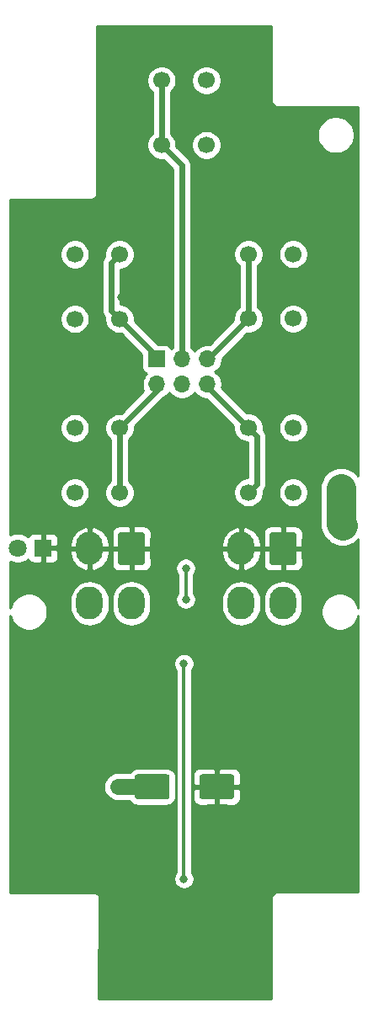
<source format=gbr>
%TF.GenerationSoftware,KiCad,Pcbnew,(5.1.9)-1*%
%TF.CreationDate,2021-09-19T09:11:26-06:00*%
%TF.ProjectId,jett_station_select,6a657474-5f73-4746-9174-696f6e5f7365,rev?*%
%TF.SameCoordinates,Original*%
%TF.FileFunction,Copper,L2,Bot*%
%TF.FilePolarity,Positive*%
%FSLAX46Y46*%
G04 Gerber Fmt 4.6, Leading zero omitted, Abs format (unit mm)*
G04 Created by KiCad (PCBNEW (5.1.9)-1) date 2021-09-19 09:11:26*
%MOMM*%
%LPD*%
G01*
G04 APERTURE LIST*
%TA.AperFunction,ComponentPad*%
%ADD10C,1.700000*%
%TD*%
%TA.AperFunction,ComponentPad*%
%ADD11O,1.700000X1.700000*%
%TD*%
%TA.AperFunction,ComponentPad*%
%ADD12R,1.700000X1.700000*%
%TD*%
%TA.AperFunction,ComponentPad*%
%ADD13O,2.700000X3.300000*%
%TD*%
%TA.AperFunction,ComponentPad*%
%ADD14C,1.800000*%
%TD*%
%TA.AperFunction,ComponentPad*%
%ADD15R,1.800000X1.800000*%
%TD*%
%TA.AperFunction,ViaPad*%
%ADD16C,0.800000*%
%TD*%
%TA.AperFunction,Conductor*%
%ADD17C,3.000000*%
%TD*%
%TA.AperFunction,Conductor*%
%ADD18C,1.625600*%
%TD*%
%TA.AperFunction,Conductor*%
%ADD19C,0.304800*%
%TD*%
%TA.AperFunction,Conductor*%
%ADD20C,0.609600*%
%TD*%
%TA.AperFunction,Conductor*%
%ADD21C,0.254000*%
%TD*%
%TA.AperFunction,Conductor*%
%ADD22C,0.100000*%
%TD*%
G04 APERTURE END LIST*
D10*
%TO.P,SW5,1*%
%TO.N,/RO_SW*%
X156876750Y-97694749D03*
%TO.P,SW5,2*%
X156876750Y-91194749D03*
%TO.P,SW5,3*%
%TO.N,GND*%
X161376750Y-97694749D03*
%TO.P,SW5,4*%
X161376750Y-91194749D03*
%TD*%
%TO.P,SW4,1*%
%TO.N,/LO_SW*%
X143922750Y-91217749D03*
%TO.P,SW4,2*%
X143922750Y-97717749D03*
%TO.P,SW4,3*%
%TO.N,GND*%
X139422750Y-91217749D03*
%TO.P,SW4,4*%
X139422750Y-97717749D03*
%TD*%
%TO.P,SW3,1*%
%TO.N,/RI_SW*%
X156876750Y-80232250D03*
%TO.P,SW3,2*%
X156876750Y-73732250D03*
%TO.P,SW3,3*%
%TO.N,GND*%
X161376750Y-80232250D03*
%TO.P,SW3,4*%
X161376750Y-73732250D03*
%TD*%
%TO.P,SW2,1*%
%TO.N,/LI_SW*%
X143922750Y-73755250D03*
%TO.P,SW2,2*%
X143922750Y-80255250D03*
%TO.P,SW2,3*%
%TO.N,GND*%
X139422750Y-73755250D03*
%TO.P,SW2,4*%
X139422750Y-80255250D03*
%TD*%
%TO.P,SW1,1*%
%TO.N,/CTR_SW*%
X148145500Y-62769749D03*
%TO.P,SW1,2*%
X148145500Y-56269749D03*
%TO.P,SW1,3*%
%TO.N,GND*%
X152645500Y-62769749D03*
%TO.P,SW1,4*%
X152645500Y-56269749D03*
%TD*%
D11*
%TO.P,J3,6*%
%TO.N,/RO_SW*%
X152733375Y-86836249D03*
%TO.P,J3,5*%
%TO.N,/RI_SW*%
X152733375Y-84296249D03*
%TO.P,J3,4*%
%TO.N,GND*%
X150193375Y-86836249D03*
%TO.P,J3,3*%
%TO.N,/CTR_SW*%
X150193375Y-84296249D03*
%TO.P,J3,2*%
%TO.N,/LO_SW*%
X147653375Y-86836249D03*
D12*
%TO.P,J3,1*%
%TO.N,/LI_SW*%
X147653375Y-84296249D03*
%TD*%
D13*
%TO.P,J2,4*%
%TO.N,/BL_DOUT*%
X140913375Y-108846249D03*
%TO.P,J2,3*%
%TO.N,GND*%
X145113375Y-108846249D03*
%TO.P,J2,2*%
%TO.N,/BL_+5V*%
X140913375Y-103346249D03*
%TO.P,J2,1*%
%TA.AperFunction,ComponentPad*%
G36*
G01*
X146463375Y-101946250D02*
X146463375Y-104746248D01*
G75*
G02*
X146213374Y-104996249I-250001J0D01*
G01*
X144013376Y-104996249D01*
G75*
G02*
X143763375Y-104746248I0J250001D01*
G01*
X143763375Y-101946250D01*
G75*
G02*
X144013376Y-101696249I250001J0D01*
G01*
X146213374Y-101696249D01*
G75*
G02*
X146463375Y-101946250I0J-250001D01*
G01*
G37*
%TD.AperFunction*%
%TD*%
%TO.P,J1,4*%
%TO.N,/BL_DIN*%
X156153375Y-108846249D03*
%TO.P,J1,3*%
%TO.N,GND*%
X160353375Y-108846249D03*
%TO.P,J1,2*%
%TO.N,/BL_+5V*%
X156153375Y-103346249D03*
%TO.P,J1,1*%
%TA.AperFunction,ComponentPad*%
G36*
G01*
X161703375Y-101946250D02*
X161703375Y-104746248D01*
G75*
G02*
X161453374Y-104996249I-250001J0D01*
G01*
X159253376Y-104996249D01*
G75*
G02*
X159003375Y-104746248I0J250001D01*
G01*
X159003375Y-101946250D01*
G75*
G02*
X159253376Y-101696249I250001J0D01*
G01*
X161453374Y-101696249D01*
G75*
G02*
X161703375Y-101946250I0J-250001D01*
G01*
G37*
%TD.AperFunction*%
%TD*%
D14*
%TO.P,D1,2*%
%TO.N,Net-(D1-Pad2)*%
X133683375Y-103282749D03*
D15*
%TO.P,D1,1*%
%TO.N,/BL_+5V*%
X136223375Y-103282749D03*
%TD*%
%TO.P,C1,2*%
%TO.N,GND*%
%TA.AperFunction,SMDPad,CuDef*%
G36*
G01*
X148947375Y-126285749D02*
X148947375Y-128285749D01*
G75*
G02*
X148697375Y-128535749I-250000J0D01*
G01*
X145697375Y-128535749D01*
G75*
G02*
X145447375Y-128285749I0J250000D01*
G01*
X145447375Y-126285749D01*
G75*
G02*
X145697375Y-126035749I250000J0D01*
G01*
X148697375Y-126035749D01*
G75*
G02*
X148947375Y-126285749I0J-250000D01*
G01*
G37*
%TD.AperFunction*%
%TO.P,C1,1*%
%TO.N,/BL_+5V*%
%TA.AperFunction,SMDPad,CuDef*%
G36*
G01*
X155447375Y-126285749D02*
X155447375Y-128285749D01*
G75*
G02*
X155197375Y-128535749I-250000J0D01*
G01*
X152197375Y-128535749D01*
G75*
G02*
X151947375Y-128285749I0J250000D01*
G01*
X151947375Y-126285749D01*
G75*
G02*
X152197375Y-126035749I250000J0D01*
G01*
X155197375Y-126035749D01*
G75*
G02*
X155447375Y-126285749I0J-250000D01*
G01*
G37*
%TD.AperFunction*%
%TD*%
D16*
%TO.N,GND*%
X166195375Y-97313749D03*
X166322375Y-100996749D03*
X143779875Y-127285749D03*
%TO.N,/BL_+5V*%
X161538375Y-95506249D03*
X161978375Y-89526249D03*
X156558375Y-92886249D03*
X156268375Y-99496249D03*
X165368375Y-80926249D03*
X165338375Y-74816249D03*
X154678375Y-71686249D03*
X154368375Y-76946249D03*
X156598375Y-64456249D03*
X156848375Y-58136249D03*
X144168375Y-55776249D03*
X144058375Y-61016249D03*
X144088375Y-78096249D03*
X144548375Y-72106249D03*
X139068375Y-75566249D03*
X138458375Y-81786249D03*
X148248375Y-93086249D03*
X148368375Y-99106249D03*
X135298375Y-95676249D03*
X135438375Y-89376249D03*
X139144375Y-120237249D03*
X148034375Y-119983249D03*
X156797375Y-120110249D03*
X165306375Y-120237249D03*
X153304875Y-113696749D03*
X148605875Y-110839249D03*
X135334375Y-132873749D03*
X144033875Y-132873749D03*
X152796875Y-133699249D03*
X161496375Y-133699249D03*
X156987875Y-141636749D03*
X148224875Y-141636749D03*
%TO.N,Net-(D21-Pad1)*%
X150574375Y-108447249D03*
X150574375Y-105314749D03*
%TO.N,Net-(D32-Pad1)*%
X150383875Y-136556749D03*
X150383875Y-114903249D03*
%TD*%
D17*
%TO.N,GND*%
X166195375Y-100869749D02*
X166322375Y-100996749D01*
X166195375Y-97313749D02*
X166195375Y-100869749D01*
D18*
X147197375Y-127285749D02*
X143779875Y-127285749D01*
D19*
%TO.N,Net-(D21-Pad1)*%
X150574375Y-105314749D02*
X150574375Y-108447249D01*
%TO.N,Net-(D32-Pad1)*%
X150383875Y-136556749D02*
X150383875Y-114903249D01*
D20*
%TO.N,/RO_SW*%
X152733375Y-87051374D02*
X156876750Y-91194749D01*
X152733375Y-86836249D02*
X152733375Y-87051374D01*
X156876750Y-91194749D02*
X157726749Y-92044748D01*
X157726749Y-92044748D02*
X157726749Y-96844750D01*
X157726749Y-96844750D02*
X156876750Y-97694749D01*
%TO.N,/LO_SW*%
X147653375Y-87487124D02*
X143922750Y-91217749D01*
X147653375Y-86836249D02*
X147653375Y-87487124D01*
X143922750Y-91217749D02*
X143922750Y-97717749D01*
%TO.N,/RI_SW*%
X152812751Y-84296249D02*
X156876750Y-80232250D01*
X152733375Y-84296249D02*
X152812751Y-84296249D01*
X156876750Y-73732250D02*
X156876750Y-80232250D01*
%TO.N,/LI_SW*%
X147653375Y-83985875D02*
X143922750Y-80255250D01*
X147653375Y-84296249D02*
X147653375Y-83985875D01*
X143922750Y-80255250D02*
X143072751Y-79405251D01*
X143072751Y-79405251D02*
X143072751Y-74605249D01*
X143072751Y-74605249D02*
X143922750Y-73755250D01*
%TO.N,/CTR_SW*%
X150193375Y-64817624D02*
X148145500Y-62769749D01*
X150193375Y-84296249D02*
X150193375Y-64817624D01*
X148145500Y-62769749D02*
X148145500Y-56269749D01*
%TD*%
D21*
%TO.N,/BL_+5V*%
X159188550Y-58260581D02*
X159185357Y-58293000D01*
X159198100Y-58422383D01*
X159235840Y-58546793D01*
X159297125Y-58661450D01*
X159379602Y-58761948D01*
X159480100Y-58844425D01*
X159594757Y-58905710D01*
X159719167Y-58943450D01*
X159848550Y-58956193D01*
X159880969Y-58953000D01*
X167919801Y-58953000D01*
X167919801Y-96049548D01*
X167712352Y-95796772D01*
X167387256Y-95529972D01*
X167016356Y-95331723D01*
X166613907Y-95209641D01*
X166195375Y-95168419D01*
X165776842Y-95209641D01*
X165374393Y-95331723D01*
X165003494Y-95529972D01*
X164678398Y-95796772D01*
X164411598Y-96121868D01*
X164213349Y-96492768D01*
X164091267Y-96895217D01*
X164060375Y-97208868D01*
X164060375Y-100764877D01*
X164050046Y-100869749D01*
X164060375Y-100974621D01*
X164060375Y-100974631D01*
X164084978Y-101224420D01*
X164091268Y-101288282D01*
X164213350Y-101690731D01*
X164411599Y-102061630D01*
X164611540Y-102305259D01*
X164611543Y-102305262D01*
X164678399Y-102386726D01*
X164759863Y-102453582D01*
X164886865Y-102580584D01*
X165130494Y-102780525D01*
X165501393Y-102978774D01*
X165903842Y-103100856D01*
X166322374Y-103142078D01*
X166740908Y-103100856D01*
X167143356Y-102978774D01*
X167514256Y-102780525D01*
X167839352Y-102513726D01*
X167919800Y-102415699D01*
X167919800Y-109341801D01*
X167880936Y-109146415D01*
X167738841Y-108803367D01*
X167532550Y-108494631D01*
X167269993Y-108232074D01*
X166961257Y-108025783D01*
X166618209Y-107883688D01*
X166254031Y-107811249D01*
X165882719Y-107811249D01*
X165518541Y-107883688D01*
X165175493Y-108025783D01*
X164866757Y-108232074D01*
X164604200Y-108494631D01*
X164397909Y-108803367D01*
X164255814Y-109146415D01*
X164183375Y-109510593D01*
X164183375Y-109881905D01*
X164255814Y-110246083D01*
X164397909Y-110589131D01*
X164604200Y-110897867D01*
X164866757Y-111160424D01*
X165175493Y-111366715D01*
X165518541Y-111508810D01*
X165882719Y-111581249D01*
X166254031Y-111581249D01*
X166618209Y-111508810D01*
X166961257Y-111366715D01*
X167269993Y-111160424D01*
X167532550Y-110897867D01*
X167738841Y-110589131D01*
X167880936Y-110246083D01*
X167919800Y-110050697D01*
X167919800Y-137820799D01*
X159880969Y-137820799D01*
X159848550Y-137817606D01*
X159816131Y-137820799D01*
X159719167Y-137830349D01*
X159594757Y-137868089D01*
X159480100Y-137929374D01*
X159379602Y-138011851D01*
X159297125Y-138112349D01*
X159235840Y-138227006D01*
X159198100Y-138351416D01*
X159185357Y-138480799D01*
X159188551Y-138513228D01*
X159188550Y-148564999D01*
X141786132Y-148564999D01*
X141928868Y-138594134D01*
X141932525Y-138557000D01*
X141926614Y-138496979D01*
X141921567Y-138436941D01*
X141920249Y-138432363D01*
X141919782Y-138427617D01*
X141902266Y-138369876D01*
X141885611Y-138312004D01*
X141883428Y-138307774D01*
X141882042Y-138303207D01*
X141853600Y-138249995D01*
X141825974Y-138196481D01*
X141823005Y-138192756D01*
X141820757Y-138188550D01*
X141782489Y-138141920D01*
X141744944Y-138094813D01*
X141741306Y-138091739D01*
X141738280Y-138088052D01*
X141691650Y-138049784D01*
X141645637Y-138010906D01*
X141641469Y-138008601D01*
X141637782Y-138005575D01*
X141584582Y-137977139D01*
X141531869Y-137947986D01*
X141527331Y-137946538D01*
X141523125Y-137944290D01*
X141465411Y-137926782D01*
X141408012Y-137908469D01*
X141403278Y-137907934D01*
X141398715Y-137906550D01*
X141338706Y-137900640D01*
X141278824Y-137893875D01*
X141241648Y-137897000D01*
X132943201Y-137897000D01*
X132943201Y-127285749D01*
X142325070Y-127285749D01*
X142353024Y-127569567D01*
X142435810Y-127842479D01*
X142570249Y-128093995D01*
X142751173Y-128314451D01*
X142971629Y-128495375D01*
X143223145Y-128629814D01*
X143496057Y-128712600D01*
X143708753Y-128733549D01*
X144934604Y-128733549D01*
X144958970Y-128779135D01*
X145069413Y-128913711D01*
X145203989Y-129024154D01*
X145357525Y-129106221D01*
X145524121Y-129156757D01*
X145697375Y-129173821D01*
X148697375Y-129173821D01*
X148870629Y-129156757D01*
X149037225Y-129106221D01*
X149190761Y-129024154D01*
X149325337Y-128913711D01*
X149435780Y-128779135D01*
X149517847Y-128625599D01*
X149568383Y-128459003D01*
X149585447Y-128285749D01*
X149585447Y-126285749D01*
X149568383Y-126112495D01*
X149517847Y-125945899D01*
X149435780Y-125792363D01*
X149325337Y-125657787D01*
X149190761Y-125547344D01*
X149037225Y-125465277D01*
X148870629Y-125414741D01*
X148697375Y-125397677D01*
X145697375Y-125397677D01*
X145524121Y-125414741D01*
X145357525Y-125465277D01*
X145203989Y-125547344D01*
X145069413Y-125657787D01*
X144958970Y-125792363D01*
X144934604Y-125837949D01*
X143708753Y-125837949D01*
X143496057Y-125858898D01*
X143223145Y-125941684D01*
X142971629Y-126076123D01*
X142751173Y-126257047D01*
X142570249Y-126477503D01*
X142435810Y-126729019D01*
X142353024Y-127001931D01*
X142325070Y-127285749D01*
X132943201Y-127285749D01*
X132943201Y-114801310D01*
X149348875Y-114801310D01*
X149348875Y-115005188D01*
X149388649Y-115205147D01*
X149466670Y-115393505D01*
X149579938Y-115563023D01*
X149596476Y-115579561D01*
X149596475Y-135880438D01*
X149579938Y-135896975D01*
X149466670Y-136066493D01*
X149388649Y-136254851D01*
X149348875Y-136454810D01*
X149348875Y-136658688D01*
X149388649Y-136858647D01*
X149466670Y-137047005D01*
X149579938Y-137216523D01*
X149724101Y-137360686D01*
X149893619Y-137473954D01*
X150081977Y-137551975D01*
X150281936Y-137591749D01*
X150485814Y-137591749D01*
X150685773Y-137551975D01*
X150874131Y-137473954D01*
X151043649Y-137360686D01*
X151187812Y-137216523D01*
X151301080Y-137047005D01*
X151379101Y-136858647D01*
X151418875Y-136658688D01*
X151418875Y-136454810D01*
X151379101Y-136254851D01*
X151301080Y-136066493D01*
X151187812Y-135896975D01*
X151171275Y-135880438D01*
X151171275Y-128535749D01*
X151309303Y-128535749D01*
X151321563Y-128660231D01*
X151357873Y-128779929D01*
X151416838Y-128890243D01*
X151496190Y-128986934D01*
X151592881Y-129066286D01*
X151703195Y-129125251D01*
X151822893Y-129161561D01*
X151947375Y-129173821D01*
X153411625Y-129170749D01*
X153570375Y-129011999D01*
X153570375Y-127412749D01*
X153824375Y-127412749D01*
X153824375Y-129011999D01*
X153983125Y-129170749D01*
X155447375Y-129173821D01*
X155571857Y-129161561D01*
X155691555Y-129125251D01*
X155801869Y-129066286D01*
X155898560Y-128986934D01*
X155977912Y-128890243D01*
X156036877Y-128779929D01*
X156073187Y-128660231D01*
X156085447Y-128535749D01*
X156082375Y-127571499D01*
X155923625Y-127412749D01*
X153824375Y-127412749D01*
X153570375Y-127412749D01*
X151471125Y-127412749D01*
X151312375Y-127571499D01*
X151309303Y-128535749D01*
X151171275Y-128535749D01*
X151171275Y-126035749D01*
X151309303Y-126035749D01*
X151312375Y-126999999D01*
X151471125Y-127158749D01*
X153570375Y-127158749D01*
X153570375Y-125559499D01*
X153824375Y-125559499D01*
X153824375Y-127158749D01*
X155923625Y-127158749D01*
X156082375Y-126999999D01*
X156085447Y-126035749D01*
X156073187Y-125911267D01*
X156036877Y-125791569D01*
X155977912Y-125681255D01*
X155898560Y-125584564D01*
X155801869Y-125505212D01*
X155691555Y-125446247D01*
X155571857Y-125409937D01*
X155447375Y-125397677D01*
X153983125Y-125400749D01*
X153824375Y-125559499D01*
X153570375Y-125559499D01*
X153411625Y-125400749D01*
X151947375Y-125397677D01*
X151822893Y-125409937D01*
X151703195Y-125446247D01*
X151592881Y-125505212D01*
X151496190Y-125584564D01*
X151416838Y-125681255D01*
X151357873Y-125791569D01*
X151321563Y-125911267D01*
X151309303Y-126035749D01*
X151171275Y-126035749D01*
X151171275Y-115579560D01*
X151187812Y-115563023D01*
X151301080Y-115393505D01*
X151379101Y-115205147D01*
X151418875Y-115005188D01*
X151418875Y-114801310D01*
X151379101Y-114601351D01*
X151301080Y-114412993D01*
X151187812Y-114243475D01*
X151043649Y-114099312D01*
X150874131Y-113986044D01*
X150685773Y-113908023D01*
X150485814Y-113868249D01*
X150281936Y-113868249D01*
X150081977Y-113908023D01*
X149893619Y-113986044D01*
X149724101Y-114099312D01*
X149579938Y-114243475D01*
X149466670Y-114412993D01*
X149388649Y-114601351D01*
X149348875Y-114801310D01*
X132943201Y-114801310D01*
X132943201Y-110050704D01*
X132982064Y-110246083D01*
X133124159Y-110589131D01*
X133330450Y-110897867D01*
X133593007Y-111160424D01*
X133901743Y-111366715D01*
X134244791Y-111508810D01*
X134608969Y-111581249D01*
X134980281Y-111581249D01*
X135344459Y-111508810D01*
X135687507Y-111366715D01*
X135996243Y-111160424D01*
X136258800Y-110897867D01*
X136465091Y-110589131D01*
X136607186Y-110246083D01*
X136679625Y-109881905D01*
X136679625Y-109510593D01*
X136607186Y-109146415D01*
X136465091Y-108803367D01*
X136258800Y-108494631D01*
X136212908Y-108448739D01*
X138928375Y-108448739D01*
X138928375Y-109243758D01*
X138957097Y-109535376D01*
X139070601Y-109909550D01*
X139254922Y-110254392D01*
X139502977Y-110556647D01*
X139805232Y-110804702D01*
X140150073Y-110989023D01*
X140524247Y-111102527D01*
X140913375Y-111140853D01*
X141302502Y-111102527D01*
X141676676Y-110989023D01*
X142021518Y-110804702D01*
X142323773Y-110556647D01*
X142571828Y-110254392D01*
X142756149Y-109909551D01*
X142869653Y-109535377D01*
X142898375Y-109243759D01*
X142898375Y-108448740D01*
X142898375Y-108448739D01*
X143128375Y-108448739D01*
X143128375Y-109243758D01*
X143157097Y-109535376D01*
X143270601Y-109909550D01*
X143454922Y-110254392D01*
X143702977Y-110556647D01*
X144005232Y-110804702D01*
X144350073Y-110989023D01*
X144724247Y-111102527D01*
X145113375Y-111140853D01*
X145502502Y-111102527D01*
X145876676Y-110989023D01*
X146221518Y-110804702D01*
X146523773Y-110556647D01*
X146771828Y-110254392D01*
X146956149Y-109909551D01*
X147069653Y-109535377D01*
X147098375Y-109243759D01*
X147098375Y-108448740D01*
X147069653Y-108157122D01*
X146956149Y-107782947D01*
X146771828Y-107438106D01*
X146523773Y-107135851D01*
X146221518Y-106887796D01*
X145876677Y-106703475D01*
X145502503Y-106589971D01*
X145113375Y-106551645D01*
X144724248Y-106589971D01*
X144350074Y-106703475D01*
X144005233Y-106887796D01*
X143702978Y-107135851D01*
X143454922Y-107438106D01*
X143270601Y-107782947D01*
X143157097Y-108157121D01*
X143128375Y-108448739D01*
X142898375Y-108448739D01*
X142869653Y-108157122D01*
X142756149Y-107782947D01*
X142571828Y-107438106D01*
X142323773Y-107135851D01*
X142021518Y-106887796D01*
X141676677Y-106703475D01*
X141302503Y-106589971D01*
X140913375Y-106551645D01*
X140524248Y-106589971D01*
X140150074Y-106703475D01*
X139805233Y-106887796D01*
X139502978Y-107135851D01*
X139254922Y-107438106D01*
X139070601Y-107782947D01*
X138957097Y-108157121D01*
X138928375Y-108448739D01*
X136212908Y-108448739D01*
X135996243Y-108232074D01*
X135687507Y-108025783D01*
X135344459Y-107883688D01*
X134980281Y-107811249D01*
X134608969Y-107811249D01*
X134244791Y-107883688D01*
X133901743Y-108025783D01*
X133593007Y-108232074D01*
X133330450Y-108494631D01*
X133124159Y-108803367D01*
X132982064Y-109146415D01*
X132943201Y-109341794D01*
X132943201Y-104634309D01*
X132956280Y-104643048D01*
X133235632Y-104758760D01*
X133532191Y-104817749D01*
X133834559Y-104817749D01*
X134131118Y-104758760D01*
X134410470Y-104643048D01*
X134661880Y-104475061D01*
X134728319Y-104408622D01*
X134733873Y-104426929D01*
X134792838Y-104537243D01*
X134872190Y-104633934D01*
X134968881Y-104713286D01*
X135079195Y-104772251D01*
X135198893Y-104808561D01*
X135323375Y-104820821D01*
X135937625Y-104817749D01*
X136096375Y-104658999D01*
X136096375Y-103409749D01*
X136350375Y-103409749D01*
X136350375Y-104658999D01*
X136509125Y-104817749D01*
X137123375Y-104820821D01*
X137247857Y-104808561D01*
X137367555Y-104772251D01*
X137477869Y-104713286D01*
X137574560Y-104633934D01*
X137653912Y-104537243D01*
X137712877Y-104426929D01*
X137749187Y-104307231D01*
X137761447Y-104182749D01*
X137758375Y-103568499D01*
X137663125Y-103473249D01*
X138928375Y-103473249D01*
X138928375Y-103773249D01*
X138991293Y-104158063D01*
X139128075Y-104523208D01*
X139333465Y-104854652D01*
X139599570Y-105139658D01*
X139916164Y-105367273D01*
X140271080Y-105528750D01*
X140478052Y-105582926D01*
X140786375Y-105468078D01*
X140786375Y-103473249D01*
X141040375Y-103473249D01*
X141040375Y-105468078D01*
X141348698Y-105582926D01*
X141555670Y-105528750D01*
X141910586Y-105367273D01*
X142227180Y-105139658D01*
X142361078Y-104996249D01*
X143125303Y-104996249D01*
X143137563Y-105120731D01*
X143173873Y-105240429D01*
X143232838Y-105350743D01*
X143312190Y-105447434D01*
X143408881Y-105526786D01*
X143519195Y-105585751D01*
X143638893Y-105622061D01*
X143763375Y-105634321D01*
X144827625Y-105631249D01*
X144986375Y-105472499D01*
X144986375Y-103473249D01*
X145240375Y-103473249D01*
X145240375Y-105472499D01*
X145399125Y-105631249D01*
X146463375Y-105634321D01*
X146587857Y-105622061D01*
X146707555Y-105585751D01*
X146817869Y-105526786D01*
X146914560Y-105447434D01*
X146993912Y-105350743D01*
X147052877Y-105240429D01*
X147061255Y-105212810D01*
X149539375Y-105212810D01*
X149539375Y-105416688D01*
X149579149Y-105616647D01*
X149657170Y-105805005D01*
X149770438Y-105974523D01*
X149786975Y-105991060D01*
X149786976Y-107770937D01*
X149770438Y-107787475D01*
X149657170Y-107956993D01*
X149579149Y-108145351D01*
X149539375Y-108345310D01*
X149539375Y-108549188D01*
X149579149Y-108749147D01*
X149657170Y-108937505D01*
X149770438Y-109107023D01*
X149914601Y-109251186D01*
X150084119Y-109364454D01*
X150272477Y-109442475D01*
X150472436Y-109482249D01*
X150676314Y-109482249D01*
X150876273Y-109442475D01*
X151064631Y-109364454D01*
X151234149Y-109251186D01*
X151378312Y-109107023D01*
X151491580Y-108937505D01*
X151569601Y-108749147D01*
X151609375Y-108549188D01*
X151609375Y-108448739D01*
X154168375Y-108448739D01*
X154168375Y-109243758D01*
X154197097Y-109535376D01*
X154310601Y-109909550D01*
X154494922Y-110254392D01*
X154742977Y-110556647D01*
X155045232Y-110804702D01*
X155390073Y-110989023D01*
X155764247Y-111102527D01*
X156153375Y-111140853D01*
X156542502Y-111102527D01*
X156916676Y-110989023D01*
X157261518Y-110804702D01*
X157563773Y-110556647D01*
X157811828Y-110254392D01*
X157996149Y-109909551D01*
X158109653Y-109535377D01*
X158138375Y-109243759D01*
X158138375Y-108448740D01*
X158138375Y-108448739D01*
X158368375Y-108448739D01*
X158368375Y-109243758D01*
X158397097Y-109535376D01*
X158510601Y-109909550D01*
X158694922Y-110254392D01*
X158942977Y-110556647D01*
X159245232Y-110804702D01*
X159590073Y-110989023D01*
X159964247Y-111102527D01*
X160353375Y-111140853D01*
X160742502Y-111102527D01*
X161116676Y-110989023D01*
X161461518Y-110804702D01*
X161763773Y-110556647D01*
X162011828Y-110254392D01*
X162196149Y-109909551D01*
X162309653Y-109535377D01*
X162338375Y-109243759D01*
X162338375Y-108448740D01*
X162309653Y-108157122D01*
X162196149Y-107782947D01*
X162011828Y-107438106D01*
X161763773Y-107135851D01*
X161461518Y-106887796D01*
X161116677Y-106703475D01*
X160742503Y-106589971D01*
X160353375Y-106551645D01*
X159964248Y-106589971D01*
X159590074Y-106703475D01*
X159245233Y-106887796D01*
X158942978Y-107135851D01*
X158694922Y-107438106D01*
X158510601Y-107782947D01*
X158397097Y-108157121D01*
X158368375Y-108448739D01*
X158138375Y-108448739D01*
X158109653Y-108157122D01*
X157996149Y-107782947D01*
X157811828Y-107438106D01*
X157563773Y-107135851D01*
X157261518Y-106887796D01*
X156916677Y-106703475D01*
X156542503Y-106589971D01*
X156153375Y-106551645D01*
X155764248Y-106589971D01*
X155390074Y-106703475D01*
X155045233Y-106887796D01*
X154742978Y-107135851D01*
X154494922Y-107438106D01*
X154310601Y-107782947D01*
X154197097Y-108157121D01*
X154168375Y-108448739D01*
X151609375Y-108448739D01*
X151609375Y-108345310D01*
X151569601Y-108145351D01*
X151491580Y-107956993D01*
X151378312Y-107787475D01*
X151361775Y-107770938D01*
X151361775Y-105991060D01*
X151378312Y-105974523D01*
X151491580Y-105805005D01*
X151569601Y-105616647D01*
X151609375Y-105416688D01*
X151609375Y-105212810D01*
X151569601Y-105012851D01*
X151491580Y-104824493D01*
X151378312Y-104654975D01*
X151234149Y-104510812D01*
X151064631Y-104397544D01*
X150876273Y-104319523D01*
X150676314Y-104279749D01*
X150472436Y-104279749D01*
X150272477Y-104319523D01*
X150084119Y-104397544D01*
X149914601Y-104510812D01*
X149770438Y-104654975D01*
X149657170Y-104824493D01*
X149579149Y-105012851D01*
X149539375Y-105212810D01*
X147061255Y-105212810D01*
X147089187Y-105120731D01*
X147101447Y-104996249D01*
X147098375Y-103631999D01*
X146939625Y-103473249D01*
X154168375Y-103473249D01*
X154168375Y-103773249D01*
X154231293Y-104158063D01*
X154368075Y-104523208D01*
X154573465Y-104854652D01*
X154839570Y-105139658D01*
X155156164Y-105367273D01*
X155511080Y-105528750D01*
X155718052Y-105582926D01*
X156026375Y-105468078D01*
X156026375Y-103473249D01*
X156280375Y-103473249D01*
X156280375Y-105468078D01*
X156588698Y-105582926D01*
X156795670Y-105528750D01*
X157150586Y-105367273D01*
X157467180Y-105139658D01*
X157601078Y-104996249D01*
X158365303Y-104996249D01*
X158377563Y-105120731D01*
X158413873Y-105240429D01*
X158472838Y-105350743D01*
X158552190Y-105447434D01*
X158648881Y-105526786D01*
X158759195Y-105585751D01*
X158878893Y-105622061D01*
X159003375Y-105634321D01*
X160067625Y-105631249D01*
X160226375Y-105472499D01*
X160226375Y-103473249D01*
X160480375Y-103473249D01*
X160480375Y-105472499D01*
X160639125Y-105631249D01*
X161703375Y-105634321D01*
X161827857Y-105622061D01*
X161947555Y-105585751D01*
X162057869Y-105526786D01*
X162154560Y-105447434D01*
X162233912Y-105350743D01*
X162292877Y-105240429D01*
X162329187Y-105120731D01*
X162341447Y-104996249D01*
X162338375Y-103631999D01*
X162179625Y-103473249D01*
X160480375Y-103473249D01*
X160226375Y-103473249D01*
X158527125Y-103473249D01*
X158368375Y-103631999D01*
X158365303Y-104996249D01*
X157601078Y-104996249D01*
X157733285Y-104854652D01*
X157938675Y-104523208D01*
X158075457Y-104158063D01*
X158138375Y-103773249D01*
X158138375Y-103473249D01*
X156280375Y-103473249D01*
X156026375Y-103473249D01*
X154168375Y-103473249D01*
X146939625Y-103473249D01*
X145240375Y-103473249D01*
X144986375Y-103473249D01*
X143287125Y-103473249D01*
X143128375Y-103631999D01*
X143125303Y-104996249D01*
X142361078Y-104996249D01*
X142493285Y-104854652D01*
X142698675Y-104523208D01*
X142835457Y-104158063D01*
X142898375Y-103773249D01*
X142898375Y-103473249D01*
X141040375Y-103473249D01*
X140786375Y-103473249D01*
X138928375Y-103473249D01*
X137663125Y-103473249D01*
X137599625Y-103409749D01*
X136350375Y-103409749D01*
X136096375Y-103409749D01*
X136076375Y-103409749D01*
X136076375Y-103155749D01*
X136096375Y-103155749D01*
X136096375Y-101906499D01*
X136350375Y-101906499D01*
X136350375Y-103155749D01*
X137599625Y-103155749D01*
X137758375Y-102996999D01*
X137758763Y-102919249D01*
X138928375Y-102919249D01*
X138928375Y-103219249D01*
X140786375Y-103219249D01*
X140786375Y-101224420D01*
X141040375Y-101224420D01*
X141040375Y-103219249D01*
X142898375Y-103219249D01*
X142898375Y-102919249D01*
X142835457Y-102534435D01*
X142698675Y-102169290D01*
X142493285Y-101837846D01*
X142361079Y-101696249D01*
X143125303Y-101696249D01*
X143128375Y-103060499D01*
X143287125Y-103219249D01*
X144986375Y-103219249D01*
X144986375Y-101219999D01*
X145240375Y-101219999D01*
X145240375Y-103219249D01*
X146939625Y-103219249D01*
X147098375Y-103060499D01*
X147098693Y-102919249D01*
X154168375Y-102919249D01*
X154168375Y-103219249D01*
X156026375Y-103219249D01*
X156026375Y-101224420D01*
X156280375Y-101224420D01*
X156280375Y-103219249D01*
X158138375Y-103219249D01*
X158138375Y-102919249D01*
X158075457Y-102534435D01*
X157938675Y-102169290D01*
X157733285Y-101837846D01*
X157601079Y-101696249D01*
X158365303Y-101696249D01*
X158368375Y-103060499D01*
X158527125Y-103219249D01*
X160226375Y-103219249D01*
X160226375Y-101219999D01*
X160480375Y-101219999D01*
X160480375Y-103219249D01*
X162179625Y-103219249D01*
X162338375Y-103060499D01*
X162341447Y-101696249D01*
X162329187Y-101571767D01*
X162292877Y-101452069D01*
X162233912Y-101341755D01*
X162154560Y-101245064D01*
X162057869Y-101165712D01*
X161947555Y-101106747D01*
X161827857Y-101070437D01*
X161703375Y-101058177D01*
X160639125Y-101061249D01*
X160480375Y-101219999D01*
X160226375Y-101219999D01*
X160067625Y-101061249D01*
X159003375Y-101058177D01*
X158878893Y-101070437D01*
X158759195Y-101106747D01*
X158648881Y-101165712D01*
X158552190Y-101245064D01*
X158472838Y-101341755D01*
X158413873Y-101452069D01*
X158377563Y-101571767D01*
X158365303Y-101696249D01*
X157601079Y-101696249D01*
X157467180Y-101552840D01*
X157150586Y-101325225D01*
X156795670Y-101163748D01*
X156588698Y-101109572D01*
X156280375Y-101224420D01*
X156026375Y-101224420D01*
X155718052Y-101109572D01*
X155511080Y-101163748D01*
X155156164Y-101325225D01*
X154839570Y-101552840D01*
X154573465Y-101837846D01*
X154368075Y-102169290D01*
X154231293Y-102534435D01*
X154168375Y-102919249D01*
X147098693Y-102919249D01*
X147101447Y-101696249D01*
X147089187Y-101571767D01*
X147052877Y-101452069D01*
X146993912Y-101341755D01*
X146914560Y-101245064D01*
X146817869Y-101165712D01*
X146707555Y-101106747D01*
X146587857Y-101070437D01*
X146463375Y-101058177D01*
X145399125Y-101061249D01*
X145240375Y-101219999D01*
X144986375Y-101219999D01*
X144827625Y-101061249D01*
X143763375Y-101058177D01*
X143638893Y-101070437D01*
X143519195Y-101106747D01*
X143408881Y-101165712D01*
X143312190Y-101245064D01*
X143232838Y-101341755D01*
X143173873Y-101452069D01*
X143137563Y-101571767D01*
X143125303Y-101696249D01*
X142361079Y-101696249D01*
X142227180Y-101552840D01*
X141910586Y-101325225D01*
X141555670Y-101163748D01*
X141348698Y-101109572D01*
X141040375Y-101224420D01*
X140786375Y-101224420D01*
X140478052Y-101109572D01*
X140271080Y-101163748D01*
X139916164Y-101325225D01*
X139599570Y-101552840D01*
X139333465Y-101837846D01*
X139128075Y-102169290D01*
X138991293Y-102534435D01*
X138928375Y-102919249D01*
X137758763Y-102919249D01*
X137761447Y-102382749D01*
X137749187Y-102258267D01*
X137712877Y-102138569D01*
X137653912Y-102028255D01*
X137574560Y-101931564D01*
X137477869Y-101852212D01*
X137367555Y-101793247D01*
X137247857Y-101756937D01*
X137123375Y-101744677D01*
X136509125Y-101747749D01*
X136350375Y-101906499D01*
X136096375Y-101906499D01*
X135937625Y-101747749D01*
X135323375Y-101744677D01*
X135198893Y-101756937D01*
X135079195Y-101793247D01*
X134968881Y-101852212D01*
X134872190Y-101931564D01*
X134792838Y-102028255D01*
X134733873Y-102138569D01*
X134728319Y-102156876D01*
X134661880Y-102090437D01*
X134410470Y-101922450D01*
X134131118Y-101806738D01*
X133834559Y-101747749D01*
X133532191Y-101747749D01*
X133235632Y-101806738D01*
X132956280Y-101922450D01*
X132943201Y-101931189D01*
X132943201Y-97571489D01*
X137937750Y-97571489D01*
X137937750Y-97864009D01*
X137994818Y-98150907D01*
X138106760Y-98421160D01*
X138269275Y-98664381D01*
X138476118Y-98871224D01*
X138719339Y-99033739D01*
X138989592Y-99145681D01*
X139276490Y-99202749D01*
X139569010Y-99202749D01*
X139855908Y-99145681D01*
X140126161Y-99033739D01*
X140369382Y-98871224D01*
X140576225Y-98664381D01*
X140738740Y-98421160D01*
X140850682Y-98150907D01*
X140907750Y-97864009D01*
X140907750Y-97571489D01*
X140850682Y-97284591D01*
X140738740Y-97014338D01*
X140576225Y-96771117D01*
X140369382Y-96564274D01*
X140126161Y-96401759D01*
X139855908Y-96289817D01*
X139569010Y-96232749D01*
X139276490Y-96232749D01*
X138989592Y-96289817D01*
X138719339Y-96401759D01*
X138476118Y-96564274D01*
X138269275Y-96771117D01*
X138106760Y-97014338D01*
X137994818Y-97284591D01*
X137937750Y-97571489D01*
X132943201Y-97571489D01*
X132943201Y-91071489D01*
X137937750Y-91071489D01*
X137937750Y-91364009D01*
X137994818Y-91650907D01*
X138106760Y-91921160D01*
X138269275Y-92164381D01*
X138476118Y-92371224D01*
X138719339Y-92533739D01*
X138989592Y-92645681D01*
X139276490Y-92702749D01*
X139569010Y-92702749D01*
X139855908Y-92645681D01*
X140126161Y-92533739D01*
X140369382Y-92371224D01*
X140576225Y-92164381D01*
X140738740Y-91921160D01*
X140850682Y-91650907D01*
X140907750Y-91364009D01*
X140907750Y-91071489D01*
X140850682Y-90784591D01*
X140738740Y-90514338D01*
X140576225Y-90271117D01*
X140369382Y-90064274D01*
X140126161Y-89901759D01*
X139855908Y-89789817D01*
X139569010Y-89732749D01*
X139276490Y-89732749D01*
X138989592Y-89789817D01*
X138719339Y-89901759D01*
X138476118Y-90064274D01*
X138269275Y-90271117D01*
X138106760Y-90514338D01*
X137994818Y-90784591D01*
X137937750Y-91071489D01*
X132943201Y-91071489D01*
X132943201Y-80108990D01*
X137937750Y-80108990D01*
X137937750Y-80401510D01*
X137994818Y-80688408D01*
X138106760Y-80958661D01*
X138269275Y-81201882D01*
X138476118Y-81408725D01*
X138719339Y-81571240D01*
X138989592Y-81683182D01*
X139276490Y-81740250D01*
X139569010Y-81740250D01*
X139855908Y-81683182D01*
X140126161Y-81571240D01*
X140369382Y-81408725D01*
X140576225Y-81201882D01*
X140738740Y-80958661D01*
X140850682Y-80688408D01*
X140907750Y-80401510D01*
X140907750Y-80108990D01*
X140850682Y-79822092D01*
X140738740Y-79551839D01*
X140576225Y-79308618D01*
X140369382Y-79101775D01*
X140126161Y-78939260D01*
X139855908Y-78827318D01*
X139569010Y-78770250D01*
X139276490Y-78770250D01*
X138989592Y-78827318D01*
X138719339Y-78939260D01*
X138476118Y-79101775D01*
X138269275Y-79308618D01*
X138106760Y-79551839D01*
X137994818Y-79822092D01*
X137937750Y-80108990D01*
X132943201Y-80108990D01*
X132943201Y-73608990D01*
X137937750Y-73608990D01*
X137937750Y-73901510D01*
X137994818Y-74188408D01*
X138106760Y-74458661D01*
X138269275Y-74701882D01*
X138476118Y-74908725D01*
X138719339Y-75071240D01*
X138989592Y-75183182D01*
X139276490Y-75240250D01*
X139569010Y-75240250D01*
X139855908Y-75183182D01*
X140126161Y-75071240D01*
X140369382Y-74908725D01*
X140576225Y-74701882D01*
X140640793Y-74605249D01*
X142128405Y-74605249D01*
X142132952Y-74651416D01*
X142132951Y-79359094D01*
X142128405Y-79405251D01*
X142132951Y-79451408D01*
X142132951Y-79451417D01*
X142146549Y-79589483D01*
X142200288Y-79766636D01*
X142287555Y-79929902D01*
X142404997Y-80073005D01*
X142439307Y-80101163D01*
X142437750Y-80108990D01*
X142437750Y-80401510D01*
X142494818Y-80688408D01*
X142606760Y-80958661D01*
X142769275Y-81201882D01*
X142976118Y-81408725D01*
X143219339Y-81571240D01*
X143489592Y-81683182D01*
X143776490Y-81740250D01*
X144069010Y-81740250D01*
X144077070Y-81738647D01*
X146165303Y-83826881D01*
X146165303Y-85146249D01*
X146177563Y-85270731D01*
X146213873Y-85390429D01*
X146272838Y-85500743D01*
X146352190Y-85597434D01*
X146448881Y-85676786D01*
X146559195Y-85735751D01*
X146631755Y-85757762D01*
X146499900Y-85889617D01*
X146337385Y-86132838D01*
X146225443Y-86403091D01*
X146168375Y-86689989D01*
X146168375Y-86982509D01*
X146225443Y-87269407D01*
X146318164Y-87493257D01*
X144077070Y-89734352D01*
X144069010Y-89732749D01*
X143776490Y-89732749D01*
X143489592Y-89789817D01*
X143219339Y-89901759D01*
X142976118Y-90064274D01*
X142769275Y-90271117D01*
X142606760Y-90514338D01*
X142494818Y-90784591D01*
X142437750Y-91071489D01*
X142437750Y-91364009D01*
X142494818Y-91650907D01*
X142606760Y-91921160D01*
X142769275Y-92164381D01*
X142976118Y-92371224D01*
X142982950Y-92375789D01*
X142982951Y-96559708D01*
X142976118Y-96564274D01*
X142769275Y-96771117D01*
X142606760Y-97014338D01*
X142494818Y-97284591D01*
X142437750Y-97571489D01*
X142437750Y-97864009D01*
X142494818Y-98150907D01*
X142606760Y-98421160D01*
X142769275Y-98664381D01*
X142976118Y-98871224D01*
X143219339Y-99033739D01*
X143489592Y-99145681D01*
X143776490Y-99202749D01*
X144069010Y-99202749D01*
X144355908Y-99145681D01*
X144626161Y-99033739D01*
X144869382Y-98871224D01*
X145076225Y-98664381D01*
X145238740Y-98421160D01*
X145350682Y-98150907D01*
X145407750Y-97864009D01*
X145407750Y-97571489D01*
X145350682Y-97284591D01*
X145238740Y-97014338D01*
X145076225Y-96771117D01*
X144869382Y-96564274D01*
X144862550Y-96559709D01*
X144862550Y-92375789D01*
X144869382Y-92371224D01*
X145076225Y-92164381D01*
X145238740Y-91921160D01*
X145350682Y-91650907D01*
X145407750Y-91364009D01*
X145407750Y-91071489D01*
X145406147Y-91063429D01*
X148285271Y-88184306D01*
X148291285Y-88179370D01*
X148356786Y-88152239D01*
X148600007Y-87989724D01*
X148806850Y-87782881D01*
X148923375Y-87608489D01*
X149039900Y-87782881D01*
X149246743Y-87989724D01*
X149489964Y-88152239D01*
X149760217Y-88264181D01*
X150047115Y-88321249D01*
X150339635Y-88321249D01*
X150626533Y-88264181D01*
X150896786Y-88152239D01*
X151140007Y-87989724D01*
X151346850Y-87782881D01*
X151463375Y-87608489D01*
X151579900Y-87782881D01*
X151786743Y-87989724D01*
X152029964Y-88152239D01*
X152300217Y-88264181D01*
X152587115Y-88321249D01*
X152674174Y-88321249D01*
X155393353Y-91040430D01*
X155391750Y-91048489D01*
X155391750Y-91341009D01*
X155448818Y-91627907D01*
X155560760Y-91898160D01*
X155723275Y-92141381D01*
X155930118Y-92348224D01*
X156173339Y-92510739D01*
X156443592Y-92622681D01*
X156730490Y-92679749D01*
X156786949Y-92679749D01*
X156786950Y-96209749D01*
X156730490Y-96209749D01*
X156443592Y-96266817D01*
X156173339Y-96378759D01*
X155930118Y-96541274D01*
X155723275Y-96748117D01*
X155560760Y-96991338D01*
X155448818Y-97261591D01*
X155391750Y-97548489D01*
X155391750Y-97841009D01*
X155448818Y-98127907D01*
X155560760Y-98398160D01*
X155723275Y-98641381D01*
X155930118Y-98848224D01*
X156173339Y-99010739D01*
X156443592Y-99122681D01*
X156730490Y-99179749D01*
X157023010Y-99179749D01*
X157309908Y-99122681D01*
X157580161Y-99010739D01*
X157823382Y-98848224D01*
X158030225Y-98641381D01*
X158192740Y-98398160D01*
X158304682Y-98127907D01*
X158361750Y-97841009D01*
X158361750Y-97548489D01*
X159891750Y-97548489D01*
X159891750Y-97841009D01*
X159948818Y-98127907D01*
X160060760Y-98398160D01*
X160223275Y-98641381D01*
X160430118Y-98848224D01*
X160673339Y-99010739D01*
X160943592Y-99122681D01*
X161230490Y-99179749D01*
X161523010Y-99179749D01*
X161809908Y-99122681D01*
X162080161Y-99010739D01*
X162323382Y-98848224D01*
X162530225Y-98641381D01*
X162692740Y-98398160D01*
X162804682Y-98127907D01*
X162861750Y-97841009D01*
X162861750Y-97548489D01*
X162804682Y-97261591D01*
X162692740Y-96991338D01*
X162530225Y-96748117D01*
X162323382Y-96541274D01*
X162080161Y-96378759D01*
X161809908Y-96266817D01*
X161523010Y-96209749D01*
X161230490Y-96209749D01*
X160943592Y-96266817D01*
X160673339Y-96378759D01*
X160430118Y-96541274D01*
X160223275Y-96748117D01*
X160060760Y-96991338D01*
X159948818Y-97261591D01*
X159891750Y-97548489D01*
X158361750Y-97548489D01*
X158360193Y-97540662D01*
X158394503Y-97512504D01*
X158423932Y-97476645D01*
X158511945Y-97369402D01*
X158596179Y-97211810D01*
X158599212Y-97206136D01*
X158652951Y-97028983D01*
X158666549Y-96890917D01*
X158666549Y-96890908D01*
X158671095Y-96844751D01*
X158666549Y-96798594D01*
X158666549Y-92090904D01*
X158671095Y-92044747D01*
X158666549Y-91998590D01*
X158666549Y-91998581D01*
X158652951Y-91860515D01*
X158599212Y-91683362D01*
X158558590Y-91607363D01*
X158511945Y-91520096D01*
X158423932Y-91412853D01*
X158423931Y-91412852D01*
X158394503Y-91376994D01*
X158360193Y-91348836D01*
X158361750Y-91341009D01*
X158361750Y-91048489D01*
X159891750Y-91048489D01*
X159891750Y-91341009D01*
X159948818Y-91627907D01*
X160060760Y-91898160D01*
X160223275Y-92141381D01*
X160430118Y-92348224D01*
X160673339Y-92510739D01*
X160943592Y-92622681D01*
X161230490Y-92679749D01*
X161523010Y-92679749D01*
X161809908Y-92622681D01*
X162080161Y-92510739D01*
X162323382Y-92348224D01*
X162530225Y-92141381D01*
X162692740Y-91898160D01*
X162804682Y-91627907D01*
X162861750Y-91341009D01*
X162861750Y-91048489D01*
X162804682Y-90761591D01*
X162692740Y-90491338D01*
X162530225Y-90248117D01*
X162323382Y-90041274D01*
X162080161Y-89878759D01*
X161809908Y-89766817D01*
X161523010Y-89709749D01*
X161230490Y-89709749D01*
X160943592Y-89766817D01*
X160673339Y-89878759D01*
X160430118Y-90041274D01*
X160223275Y-90248117D01*
X160060760Y-90491338D01*
X159948818Y-90761591D01*
X159891750Y-91048489D01*
X158361750Y-91048489D01*
X158304682Y-90761591D01*
X158192740Y-90491338D01*
X158030225Y-90248117D01*
X157823382Y-90041274D01*
X157580161Y-89878759D01*
X157309908Y-89766817D01*
X157023010Y-89709749D01*
X156730490Y-89709749D01*
X156722431Y-89711352D01*
X154181080Y-87170003D01*
X154218375Y-86982509D01*
X154218375Y-86689989D01*
X154161307Y-86403091D01*
X154049365Y-86132838D01*
X153886850Y-85889617D01*
X153680007Y-85682774D01*
X153505615Y-85566249D01*
X153680007Y-85449724D01*
X153886850Y-85242881D01*
X154049365Y-84999660D01*
X154161307Y-84729407D01*
X154218375Y-84442509D01*
X154218375Y-84219701D01*
X156722431Y-81715647D01*
X156730490Y-81717250D01*
X157023010Y-81717250D01*
X157309908Y-81660182D01*
X157580161Y-81548240D01*
X157823382Y-81385725D01*
X158030225Y-81178882D01*
X158192740Y-80935661D01*
X158304682Y-80665408D01*
X158361750Y-80378510D01*
X158361750Y-80085990D01*
X159891750Y-80085990D01*
X159891750Y-80378510D01*
X159948818Y-80665408D01*
X160060760Y-80935661D01*
X160223275Y-81178882D01*
X160430118Y-81385725D01*
X160673339Y-81548240D01*
X160943592Y-81660182D01*
X161230490Y-81717250D01*
X161523010Y-81717250D01*
X161809908Y-81660182D01*
X162080161Y-81548240D01*
X162323382Y-81385725D01*
X162530225Y-81178882D01*
X162692740Y-80935661D01*
X162804682Y-80665408D01*
X162861750Y-80378510D01*
X162861750Y-80085990D01*
X162804682Y-79799092D01*
X162692740Y-79528839D01*
X162530225Y-79285618D01*
X162323382Y-79078775D01*
X162080161Y-78916260D01*
X161809908Y-78804318D01*
X161523010Y-78747250D01*
X161230490Y-78747250D01*
X160943592Y-78804318D01*
X160673339Y-78916260D01*
X160430118Y-79078775D01*
X160223275Y-79285618D01*
X160060760Y-79528839D01*
X159948818Y-79799092D01*
X159891750Y-80085990D01*
X158361750Y-80085990D01*
X158304682Y-79799092D01*
X158192740Y-79528839D01*
X158030225Y-79285618D01*
X157823382Y-79078775D01*
X157816550Y-79074210D01*
X157816550Y-74890290D01*
X157823382Y-74885725D01*
X158030225Y-74678882D01*
X158192740Y-74435661D01*
X158304682Y-74165408D01*
X158361750Y-73878510D01*
X158361750Y-73585990D01*
X159891750Y-73585990D01*
X159891750Y-73878510D01*
X159948818Y-74165408D01*
X160060760Y-74435661D01*
X160223275Y-74678882D01*
X160430118Y-74885725D01*
X160673339Y-75048240D01*
X160943592Y-75160182D01*
X161230490Y-75217250D01*
X161523010Y-75217250D01*
X161809908Y-75160182D01*
X162080161Y-75048240D01*
X162323382Y-74885725D01*
X162530225Y-74678882D01*
X162692740Y-74435661D01*
X162804682Y-74165408D01*
X162861750Y-73878510D01*
X162861750Y-73585990D01*
X162804682Y-73299092D01*
X162692740Y-73028839D01*
X162530225Y-72785618D01*
X162323382Y-72578775D01*
X162080161Y-72416260D01*
X161809908Y-72304318D01*
X161523010Y-72247250D01*
X161230490Y-72247250D01*
X160943592Y-72304318D01*
X160673339Y-72416260D01*
X160430118Y-72578775D01*
X160223275Y-72785618D01*
X160060760Y-73028839D01*
X159948818Y-73299092D01*
X159891750Y-73585990D01*
X158361750Y-73585990D01*
X158304682Y-73299092D01*
X158192740Y-73028839D01*
X158030225Y-72785618D01*
X157823382Y-72578775D01*
X157580161Y-72416260D01*
X157309908Y-72304318D01*
X157023010Y-72247250D01*
X156730490Y-72247250D01*
X156443592Y-72304318D01*
X156173339Y-72416260D01*
X155930118Y-72578775D01*
X155723275Y-72785618D01*
X155560760Y-73028839D01*
X155448818Y-73299092D01*
X155391750Y-73585990D01*
X155391750Y-73878510D01*
X155448818Y-74165408D01*
X155560760Y-74435661D01*
X155723275Y-74678882D01*
X155930118Y-74885725D01*
X155936950Y-74890290D01*
X155936951Y-79074209D01*
X155930118Y-79078775D01*
X155723275Y-79285618D01*
X155560760Y-79528839D01*
X155448818Y-79799092D01*
X155391750Y-80085990D01*
X155391750Y-80378510D01*
X155393353Y-80386569D01*
X152953902Y-82826022D01*
X152879635Y-82811249D01*
X152587115Y-82811249D01*
X152300217Y-82868317D01*
X152029964Y-82980259D01*
X151786743Y-83142774D01*
X151579900Y-83349617D01*
X151463375Y-83524009D01*
X151346850Y-83349617D01*
X151140007Y-83142774D01*
X151133175Y-83138209D01*
X151133175Y-64863789D01*
X151137722Y-64817624D01*
X151133175Y-64771457D01*
X151119577Y-64633391D01*
X151065838Y-64456238D01*
X150978571Y-64292972D01*
X150890559Y-64185730D01*
X150890557Y-64185728D01*
X150861129Y-64149870D01*
X150825271Y-64120442D01*
X149628897Y-62924069D01*
X149630500Y-62916009D01*
X149630500Y-62623489D01*
X151160500Y-62623489D01*
X151160500Y-62916009D01*
X151217568Y-63202907D01*
X151329510Y-63473160D01*
X151492025Y-63716381D01*
X151698868Y-63923224D01*
X151942089Y-64085739D01*
X152212342Y-64197681D01*
X152499240Y-64254749D01*
X152791760Y-64254749D01*
X153078658Y-64197681D01*
X153348911Y-64085739D01*
X153592132Y-63923224D01*
X153798975Y-63716381D01*
X153961490Y-63473160D01*
X154073432Y-63202907D01*
X154130500Y-62916009D01*
X154130500Y-62623489D01*
X154073432Y-62336591D01*
X153961490Y-62066338D01*
X153798975Y-61823117D01*
X153592132Y-61616274D01*
X153520026Y-61568094D01*
X163786500Y-61568094D01*
X163786500Y-61939406D01*
X163858939Y-62303584D01*
X164001034Y-62646632D01*
X164207325Y-62955368D01*
X164469882Y-63217925D01*
X164778618Y-63424216D01*
X165121666Y-63566311D01*
X165485844Y-63638750D01*
X165857156Y-63638750D01*
X166221334Y-63566311D01*
X166564382Y-63424216D01*
X166873118Y-63217925D01*
X167135675Y-62955368D01*
X167341966Y-62646632D01*
X167484061Y-62303584D01*
X167556500Y-61939406D01*
X167556500Y-61568094D01*
X167484061Y-61203916D01*
X167341966Y-60860868D01*
X167135675Y-60552132D01*
X166873118Y-60289575D01*
X166564382Y-60083284D01*
X166221334Y-59941189D01*
X165857156Y-59868750D01*
X165485844Y-59868750D01*
X165121666Y-59941189D01*
X164778618Y-60083284D01*
X164469882Y-60289575D01*
X164207325Y-60552132D01*
X164001034Y-60860868D01*
X163858939Y-61203916D01*
X163786500Y-61568094D01*
X153520026Y-61568094D01*
X153348911Y-61453759D01*
X153078658Y-61341817D01*
X152791760Y-61284749D01*
X152499240Y-61284749D01*
X152212342Y-61341817D01*
X151942089Y-61453759D01*
X151698868Y-61616274D01*
X151492025Y-61823117D01*
X151329510Y-62066338D01*
X151217568Y-62336591D01*
X151160500Y-62623489D01*
X149630500Y-62623489D01*
X149573432Y-62336591D01*
X149461490Y-62066338D01*
X149298975Y-61823117D01*
X149092132Y-61616274D01*
X149085300Y-61611709D01*
X149085300Y-57427789D01*
X149092132Y-57423224D01*
X149298975Y-57216381D01*
X149461490Y-56973160D01*
X149573432Y-56702907D01*
X149630500Y-56416009D01*
X149630500Y-56123489D01*
X151160500Y-56123489D01*
X151160500Y-56416009D01*
X151217568Y-56702907D01*
X151329510Y-56973160D01*
X151492025Y-57216381D01*
X151698868Y-57423224D01*
X151942089Y-57585739D01*
X152212342Y-57697681D01*
X152499240Y-57754749D01*
X152791760Y-57754749D01*
X153078658Y-57697681D01*
X153348911Y-57585739D01*
X153592132Y-57423224D01*
X153798975Y-57216381D01*
X153961490Y-56973160D01*
X154073432Y-56702907D01*
X154130500Y-56416009D01*
X154130500Y-56123489D01*
X154073432Y-55836591D01*
X153961490Y-55566338D01*
X153798975Y-55323117D01*
X153592132Y-55116274D01*
X153348911Y-54953759D01*
X153078658Y-54841817D01*
X152791760Y-54784749D01*
X152499240Y-54784749D01*
X152212342Y-54841817D01*
X151942089Y-54953759D01*
X151698868Y-55116274D01*
X151492025Y-55323117D01*
X151329510Y-55566338D01*
X151217568Y-55836591D01*
X151160500Y-56123489D01*
X149630500Y-56123489D01*
X149573432Y-55836591D01*
X149461490Y-55566338D01*
X149298975Y-55323117D01*
X149092132Y-55116274D01*
X148848911Y-54953759D01*
X148578658Y-54841817D01*
X148291760Y-54784749D01*
X147999240Y-54784749D01*
X147712342Y-54841817D01*
X147442089Y-54953759D01*
X147198868Y-55116274D01*
X146992025Y-55323117D01*
X146829510Y-55566338D01*
X146717568Y-55836591D01*
X146660500Y-56123489D01*
X146660500Y-56416009D01*
X146717568Y-56702907D01*
X146829510Y-56973160D01*
X146992025Y-57216381D01*
X147198868Y-57423224D01*
X147205701Y-57427790D01*
X147205700Y-61611709D01*
X147198868Y-61616274D01*
X146992025Y-61823117D01*
X146829510Y-62066338D01*
X146717568Y-62336591D01*
X146660500Y-62623489D01*
X146660500Y-62916009D01*
X146717568Y-63202907D01*
X146829510Y-63473160D01*
X146992025Y-63716381D01*
X147198868Y-63923224D01*
X147442089Y-64085739D01*
X147712342Y-64197681D01*
X147999240Y-64254749D01*
X148291760Y-64254749D01*
X148299820Y-64253146D01*
X149253576Y-65206903D01*
X149253575Y-83138209D01*
X149246743Y-83142774D01*
X149114888Y-83274629D01*
X149092877Y-83202069D01*
X149033912Y-83091755D01*
X148954560Y-82995064D01*
X148857869Y-82915712D01*
X148747555Y-82856747D01*
X148627857Y-82820437D01*
X148503375Y-82808177D01*
X147804755Y-82808177D01*
X145406147Y-80409570D01*
X145407750Y-80401510D01*
X145407750Y-80108990D01*
X145350682Y-79822092D01*
X145238740Y-79551839D01*
X145076225Y-79308618D01*
X144869382Y-79101775D01*
X144626161Y-78939260D01*
X144355908Y-78827318D01*
X144069010Y-78770250D01*
X144012551Y-78770250D01*
X144012551Y-75240250D01*
X144069010Y-75240250D01*
X144355908Y-75183182D01*
X144626161Y-75071240D01*
X144869382Y-74908725D01*
X145076225Y-74701882D01*
X145238740Y-74458661D01*
X145350682Y-74188408D01*
X145407750Y-73901510D01*
X145407750Y-73608990D01*
X145350682Y-73322092D01*
X145238740Y-73051839D01*
X145076225Y-72808618D01*
X144869382Y-72601775D01*
X144626161Y-72439260D01*
X144355908Y-72327318D01*
X144069010Y-72270250D01*
X143776490Y-72270250D01*
X143489592Y-72327318D01*
X143219339Y-72439260D01*
X142976118Y-72601775D01*
X142769275Y-72808618D01*
X142606760Y-73051839D01*
X142494818Y-73322092D01*
X142437750Y-73608990D01*
X142437750Y-73901510D01*
X142439307Y-73909338D01*
X142404998Y-73937495D01*
X142375568Y-73973356D01*
X142287555Y-74080598D01*
X142200289Y-74243863D01*
X142146550Y-74421016D01*
X142128405Y-74605249D01*
X140640793Y-74605249D01*
X140738740Y-74458661D01*
X140850682Y-74188408D01*
X140907750Y-73901510D01*
X140907750Y-73608990D01*
X140850682Y-73322092D01*
X140738740Y-73051839D01*
X140576225Y-72808618D01*
X140369382Y-72601775D01*
X140126161Y-72439260D01*
X139855908Y-72327318D01*
X139569010Y-72270250D01*
X139276490Y-72270250D01*
X138989592Y-72327318D01*
X138719339Y-72439260D01*
X138476118Y-72601775D01*
X138269275Y-72808618D01*
X138106760Y-73051839D01*
X137994818Y-73322092D01*
X137937750Y-73608990D01*
X132943201Y-73608990D01*
X132943201Y-68236699D01*
X140982031Y-68236699D01*
X141014450Y-68239892D01*
X141046869Y-68236699D01*
X141143833Y-68227149D01*
X141268243Y-68189409D01*
X141382900Y-68128124D01*
X141483398Y-68045647D01*
X141565875Y-67945149D01*
X141627160Y-67830492D01*
X141664900Y-67706082D01*
X141677643Y-67576699D01*
X141674450Y-67544280D01*
X141674450Y-50774199D01*
X159188551Y-50774199D01*
X159188550Y-58260581D01*
%TA.AperFunction,Conductor*%
D22*
G36*
X159188550Y-58260581D02*
G01*
X159185357Y-58293000D01*
X159198100Y-58422383D01*
X159235840Y-58546793D01*
X159297125Y-58661450D01*
X159379602Y-58761948D01*
X159480100Y-58844425D01*
X159594757Y-58905710D01*
X159719167Y-58943450D01*
X159848550Y-58956193D01*
X159880969Y-58953000D01*
X167919801Y-58953000D01*
X167919801Y-96049548D01*
X167712352Y-95796772D01*
X167387256Y-95529972D01*
X167016356Y-95331723D01*
X166613907Y-95209641D01*
X166195375Y-95168419D01*
X165776842Y-95209641D01*
X165374393Y-95331723D01*
X165003494Y-95529972D01*
X164678398Y-95796772D01*
X164411598Y-96121868D01*
X164213349Y-96492768D01*
X164091267Y-96895217D01*
X164060375Y-97208868D01*
X164060375Y-100764877D01*
X164050046Y-100869749D01*
X164060375Y-100974621D01*
X164060375Y-100974631D01*
X164084978Y-101224420D01*
X164091268Y-101288282D01*
X164213350Y-101690731D01*
X164411599Y-102061630D01*
X164611540Y-102305259D01*
X164611543Y-102305262D01*
X164678399Y-102386726D01*
X164759863Y-102453582D01*
X164886865Y-102580584D01*
X165130494Y-102780525D01*
X165501393Y-102978774D01*
X165903842Y-103100856D01*
X166322374Y-103142078D01*
X166740908Y-103100856D01*
X167143356Y-102978774D01*
X167514256Y-102780525D01*
X167839352Y-102513726D01*
X167919800Y-102415699D01*
X167919800Y-109341801D01*
X167880936Y-109146415D01*
X167738841Y-108803367D01*
X167532550Y-108494631D01*
X167269993Y-108232074D01*
X166961257Y-108025783D01*
X166618209Y-107883688D01*
X166254031Y-107811249D01*
X165882719Y-107811249D01*
X165518541Y-107883688D01*
X165175493Y-108025783D01*
X164866757Y-108232074D01*
X164604200Y-108494631D01*
X164397909Y-108803367D01*
X164255814Y-109146415D01*
X164183375Y-109510593D01*
X164183375Y-109881905D01*
X164255814Y-110246083D01*
X164397909Y-110589131D01*
X164604200Y-110897867D01*
X164866757Y-111160424D01*
X165175493Y-111366715D01*
X165518541Y-111508810D01*
X165882719Y-111581249D01*
X166254031Y-111581249D01*
X166618209Y-111508810D01*
X166961257Y-111366715D01*
X167269993Y-111160424D01*
X167532550Y-110897867D01*
X167738841Y-110589131D01*
X167880936Y-110246083D01*
X167919800Y-110050697D01*
X167919800Y-137820799D01*
X159880969Y-137820799D01*
X159848550Y-137817606D01*
X159816131Y-137820799D01*
X159719167Y-137830349D01*
X159594757Y-137868089D01*
X159480100Y-137929374D01*
X159379602Y-138011851D01*
X159297125Y-138112349D01*
X159235840Y-138227006D01*
X159198100Y-138351416D01*
X159185357Y-138480799D01*
X159188551Y-138513228D01*
X159188550Y-148564999D01*
X141786132Y-148564999D01*
X141928868Y-138594134D01*
X141932525Y-138557000D01*
X141926614Y-138496979D01*
X141921567Y-138436941D01*
X141920249Y-138432363D01*
X141919782Y-138427617D01*
X141902266Y-138369876D01*
X141885611Y-138312004D01*
X141883428Y-138307774D01*
X141882042Y-138303207D01*
X141853600Y-138249995D01*
X141825974Y-138196481D01*
X141823005Y-138192756D01*
X141820757Y-138188550D01*
X141782489Y-138141920D01*
X141744944Y-138094813D01*
X141741306Y-138091739D01*
X141738280Y-138088052D01*
X141691650Y-138049784D01*
X141645637Y-138010906D01*
X141641469Y-138008601D01*
X141637782Y-138005575D01*
X141584582Y-137977139D01*
X141531869Y-137947986D01*
X141527331Y-137946538D01*
X141523125Y-137944290D01*
X141465411Y-137926782D01*
X141408012Y-137908469D01*
X141403278Y-137907934D01*
X141398715Y-137906550D01*
X141338706Y-137900640D01*
X141278824Y-137893875D01*
X141241648Y-137897000D01*
X132943201Y-137897000D01*
X132943201Y-127285749D01*
X142325070Y-127285749D01*
X142353024Y-127569567D01*
X142435810Y-127842479D01*
X142570249Y-128093995D01*
X142751173Y-128314451D01*
X142971629Y-128495375D01*
X143223145Y-128629814D01*
X143496057Y-128712600D01*
X143708753Y-128733549D01*
X144934604Y-128733549D01*
X144958970Y-128779135D01*
X145069413Y-128913711D01*
X145203989Y-129024154D01*
X145357525Y-129106221D01*
X145524121Y-129156757D01*
X145697375Y-129173821D01*
X148697375Y-129173821D01*
X148870629Y-129156757D01*
X149037225Y-129106221D01*
X149190761Y-129024154D01*
X149325337Y-128913711D01*
X149435780Y-128779135D01*
X149517847Y-128625599D01*
X149568383Y-128459003D01*
X149585447Y-128285749D01*
X149585447Y-126285749D01*
X149568383Y-126112495D01*
X149517847Y-125945899D01*
X149435780Y-125792363D01*
X149325337Y-125657787D01*
X149190761Y-125547344D01*
X149037225Y-125465277D01*
X148870629Y-125414741D01*
X148697375Y-125397677D01*
X145697375Y-125397677D01*
X145524121Y-125414741D01*
X145357525Y-125465277D01*
X145203989Y-125547344D01*
X145069413Y-125657787D01*
X144958970Y-125792363D01*
X144934604Y-125837949D01*
X143708753Y-125837949D01*
X143496057Y-125858898D01*
X143223145Y-125941684D01*
X142971629Y-126076123D01*
X142751173Y-126257047D01*
X142570249Y-126477503D01*
X142435810Y-126729019D01*
X142353024Y-127001931D01*
X142325070Y-127285749D01*
X132943201Y-127285749D01*
X132943201Y-114801310D01*
X149348875Y-114801310D01*
X149348875Y-115005188D01*
X149388649Y-115205147D01*
X149466670Y-115393505D01*
X149579938Y-115563023D01*
X149596476Y-115579561D01*
X149596475Y-135880438D01*
X149579938Y-135896975D01*
X149466670Y-136066493D01*
X149388649Y-136254851D01*
X149348875Y-136454810D01*
X149348875Y-136658688D01*
X149388649Y-136858647D01*
X149466670Y-137047005D01*
X149579938Y-137216523D01*
X149724101Y-137360686D01*
X149893619Y-137473954D01*
X150081977Y-137551975D01*
X150281936Y-137591749D01*
X150485814Y-137591749D01*
X150685773Y-137551975D01*
X150874131Y-137473954D01*
X151043649Y-137360686D01*
X151187812Y-137216523D01*
X151301080Y-137047005D01*
X151379101Y-136858647D01*
X151418875Y-136658688D01*
X151418875Y-136454810D01*
X151379101Y-136254851D01*
X151301080Y-136066493D01*
X151187812Y-135896975D01*
X151171275Y-135880438D01*
X151171275Y-128535749D01*
X151309303Y-128535749D01*
X151321563Y-128660231D01*
X151357873Y-128779929D01*
X151416838Y-128890243D01*
X151496190Y-128986934D01*
X151592881Y-129066286D01*
X151703195Y-129125251D01*
X151822893Y-129161561D01*
X151947375Y-129173821D01*
X153411625Y-129170749D01*
X153570375Y-129011999D01*
X153570375Y-127412749D01*
X153824375Y-127412749D01*
X153824375Y-129011999D01*
X153983125Y-129170749D01*
X155447375Y-129173821D01*
X155571857Y-129161561D01*
X155691555Y-129125251D01*
X155801869Y-129066286D01*
X155898560Y-128986934D01*
X155977912Y-128890243D01*
X156036877Y-128779929D01*
X156073187Y-128660231D01*
X156085447Y-128535749D01*
X156082375Y-127571499D01*
X155923625Y-127412749D01*
X153824375Y-127412749D01*
X153570375Y-127412749D01*
X151471125Y-127412749D01*
X151312375Y-127571499D01*
X151309303Y-128535749D01*
X151171275Y-128535749D01*
X151171275Y-126035749D01*
X151309303Y-126035749D01*
X151312375Y-126999999D01*
X151471125Y-127158749D01*
X153570375Y-127158749D01*
X153570375Y-125559499D01*
X153824375Y-125559499D01*
X153824375Y-127158749D01*
X155923625Y-127158749D01*
X156082375Y-126999999D01*
X156085447Y-126035749D01*
X156073187Y-125911267D01*
X156036877Y-125791569D01*
X155977912Y-125681255D01*
X155898560Y-125584564D01*
X155801869Y-125505212D01*
X155691555Y-125446247D01*
X155571857Y-125409937D01*
X155447375Y-125397677D01*
X153983125Y-125400749D01*
X153824375Y-125559499D01*
X153570375Y-125559499D01*
X153411625Y-125400749D01*
X151947375Y-125397677D01*
X151822893Y-125409937D01*
X151703195Y-125446247D01*
X151592881Y-125505212D01*
X151496190Y-125584564D01*
X151416838Y-125681255D01*
X151357873Y-125791569D01*
X151321563Y-125911267D01*
X151309303Y-126035749D01*
X151171275Y-126035749D01*
X151171275Y-115579560D01*
X151187812Y-115563023D01*
X151301080Y-115393505D01*
X151379101Y-115205147D01*
X151418875Y-115005188D01*
X151418875Y-114801310D01*
X151379101Y-114601351D01*
X151301080Y-114412993D01*
X151187812Y-114243475D01*
X151043649Y-114099312D01*
X150874131Y-113986044D01*
X150685773Y-113908023D01*
X150485814Y-113868249D01*
X150281936Y-113868249D01*
X150081977Y-113908023D01*
X149893619Y-113986044D01*
X149724101Y-114099312D01*
X149579938Y-114243475D01*
X149466670Y-114412993D01*
X149388649Y-114601351D01*
X149348875Y-114801310D01*
X132943201Y-114801310D01*
X132943201Y-110050704D01*
X132982064Y-110246083D01*
X133124159Y-110589131D01*
X133330450Y-110897867D01*
X133593007Y-111160424D01*
X133901743Y-111366715D01*
X134244791Y-111508810D01*
X134608969Y-111581249D01*
X134980281Y-111581249D01*
X135344459Y-111508810D01*
X135687507Y-111366715D01*
X135996243Y-111160424D01*
X136258800Y-110897867D01*
X136465091Y-110589131D01*
X136607186Y-110246083D01*
X136679625Y-109881905D01*
X136679625Y-109510593D01*
X136607186Y-109146415D01*
X136465091Y-108803367D01*
X136258800Y-108494631D01*
X136212908Y-108448739D01*
X138928375Y-108448739D01*
X138928375Y-109243758D01*
X138957097Y-109535376D01*
X139070601Y-109909550D01*
X139254922Y-110254392D01*
X139502977Y-110556647D01*
X139805232Y-110804702D01*
X140150073Y-110989023D01*
X140524247Y-111102527D01*
X140913375Y-111140853D01*
X141302502Y-111102527D01*
X141676676Y-110989023D01*
X142021518Y-110804702D01*
X142323773Y-110556647D01*
X142571828Y-110254392D01*
X142756149Y-109909551D01*
X142869653Y-109535377D01*
X142898375Y-109243759D01*
X142898375Y-108448740D01*
X142898375Y-108448739D01*
X143128375Y-108448739D01*
X143128375Y-109243758D01*
X143157097Y-109535376D01*
X143270601Y-109909550D01*
X143454922Y-110254392D01*
X143702977Y-110556647D01*
X144005232Y-110804702D01*
X144350073Y-110989023D01*
X144724247Y-111102527D01*
X145113375Y-111140853D01*
X145502502Y-111102527D01*
X145876676Y-110989023D01*
X146221518Y-110804702D01*
X146523773Y-110556647D01*
X146771828Y-110254392D01*
X146956149Y-109909551D01*
X147069653Y-109535377D01*
X147098375Y-109243759D01*
X147098375Y-108448740D01*
X147069653Y-108157122D01*
X146956149Y-107782947D01*
X146771828Y-107438106D01*
X146523773Y-107135851D01*
X146221518Y-106887796D01*
X145876677Y-106703475D01*
X145502503Y-106589971D01*
X145113375Y-106551645D01*
X144724248Y-106589971D01*
X144350074Y-106703475D01*
X144005233Y-106887796D01*
X143702978Y-107135851D01*
X143454922Y-107438106D01*
X143270601Y-107782947D01*
X143157097Y-108157121D01*
X143128375Y-108448739D01*
X142898375Y-108448739D01*
X142869653Y-108157122D01*
X142756149Y-107782947D01*
X142571828Y-107438106D01*
X142323773Y-107135851D01*
X142021518Y-106887796D01*
X141676677Y-106703475D01*
X141302503Y-106589971D01*
X140913375Y-106551645D01*
X140524248Y-106589971D01*
X140150074Y-106703475D01*
X139805233Y-106887796D01*
X139502978Y-107135851D01*
X139254922Y-107438106D01*
X139070601Y-107782947D01*
X138957097Y-108157121D01*
X138928375Y-108448739D01*
X136212908Y-108448739D01*
X135996243Y-108232074D01*
X135687507Y-108025783D01*
X135344459Y-107883688D01*
X134980281Y-107811249D01*
X134608969Y-107811249D01*
X134244791Y-107883688D01*
X133901743Y-108025783D01*
X133593007Y-108232074D01*
X133330450Y-108494631D01*
X133124159Y-108803367D01*
X132982064Y-109146415D01*
X132943201Y-109341794D01*
X132943201Y-104634309D01*
X132956280Y-104643048D01*
X133235632Y-104758760D01*
X133532191Y-104817749D01*
X133834559Y-104817749D01*
X134131118Y-104758760D01*
X134410470Y-104643048D01*
X134661880Y-104475061D01*
X134728319Y-104408622D01*
X134733873Y-104426929D01*
X134792838Y-104537243D01*
X134872190Y-104633934D01*
X134968881Y-104713286D01*
X135079195Y-104772251D01*
X135198893Y-104808561D01*
X135323375Y-104820821D01*
X135937625Y-104817749D01*
X136096375Y-104658999D01*
X136096375Y-103409749D01*
X136350375Y-103409749D01*
X136350375Y-104658999D01*
X136509125Y-104817749D01*
X137123375Y-104820821D01*
X137247857Y-104808561D01*
X137367555Y-104772251D01*
X137477869Y-104713286D01*
X137574560Y-104633934D01*
X137653912Y-104537243D01*
X137712877Y-104426929D01*
X137749187Y-104307231D01*
X137761447Y-104182749D01*
X137758375Y-103568499D01*
X137663125Y-103473249D01*
X138928375Y-103473249D01*
X138928375Y-103773249D01*
X138991293Y-104158063D01*
X139128075Y-104523208D01*
X139333465Y-104854652D01*
X139599570Y-105139658D01*
X139916164Y-105367273D01*
X140271080Y-105528750D01*
X140478052Y-105582926D01*
X140786375Y-105468078D01*
X140786375Y-103473249D01*
X141040375Y-103473249D01*
X141040375Y-105468078D01*
X141348698Y-105582926D01*
X141555670Y-105528750D01*
X141910586Y-105367273D01*
X142227180Y-105139658D01*
X142361078Y-104996249D01*
X143125303Y-104996249D01*
X143137563Y-105120731D01*
X143173873Y-105240429D01*
X143232838Y-105350743D01*
X143312190Y-105447434D01*
X143408881Y-105526786D01*
X143519195Y-105585751D01*
X143638893Y-105622061D01*
X143763375Y-105634321D01*
X144827625Y-105631249D01*
X144986375Y-105472499D01*
X144986375Y-103473249D01*
X145240375Y-103473249D01*
X145240375Y-105472499D01*
X145399125Y-105631249D01*
X146463375Y-105634321D01*
X146587857Y-105622061D01*
X146707555Y-105585751D01*
X146817869Y-105526786D01*
X146914560Y-105447434D01*
X146993912Y-105350743D01*
X147052877Y-105240429D01*
X147061255Y-105212810D01*
X149539375Y-105212810D01*
X149539375Y-105416688D01*
X149579149Y-105616647D01*
X149657170Y-105805005D01*
X149770438Y-105974523D01*
X149786975Y-105991060D01*
X149786976Y-107770937D01*
X149770438Y-107787475D01*
X149657170Y-107956993D01*
X149579149Y-108145351D01*
X149539375Y-108345310D01*
X149539375Y-108549188D01*
X149579149Y-108749147D01*
X149657170Y-108937505D01*
X149770438Y-109107023D01*
X149914601Y-109251186D01*
X150084119Y-109364454D01*
X150272477Y-109442475D01*
X150472436Y-109482249D01*
X150676314Y-109482249D01*
X150876273Y-109442475D01*
X151064631Y-109364454D01*
X151234149Y-109251186D01*
X151378312Y-109107023D01*
X151491580Y-108937505D01*
X151569601Y-108749147D01*
X151609375Y-108549188D01*
X151609375Y-108448739D01*
X154168375Y-108448739D01*
X154168375Y-109243758D01*
X154197097Y-109535376D01*
X154310601Y-109909550D01*
X154494922Y-110254392D01*
X154742977Y-110556647D01*
X155045232Y-110804702D01*
X155390073Y-110989023D01*
X155764247Y-111102527D01*
X156153375Y-111140853D01*
X156542502Y-111102527D01*
X156916676Y-110989023D01*
X157261518Y-110804702D01*
X157563773Y-110556647D01*
X157811828Y-110254392D01*
X157996149Y-109909551D01*
X158109653Y-109535377D01*
X158138375Y-109243759D01*
X158138375Y-108448740D01*
X158138375Y-108448739D01*
X158368375Y-108448739D01*
X158368375Y-109243758D01*
X158397097Y-109535376D01*
X158510601Y-109909550D01*
X158694922Y-110254392D01*
X158942977Y-110556647D01*
X159245232Y-110804702D01*
X159590073Y-110989023D01*
X159964247Y-111102527D01*
X160353375Y-111140853D01*
X160742502Y-111102527D01*
X161116676Y-110989023D01*
X161461518Y-110804702D01*
X161763773Y-110556647D01*
X162011828Y-110254392D01*
X162196149Y-109909551D01*
X162309653Y-109535377D01*
X162338375Y-109243759D01*
X162338375Y-108448740D01*
X162309653Y-108157122D01*
X162196149Y-107782947D01*
X162011828Y-107438106D01*
X161763773Y-107135851D01*
X161461518Y-106887796D01*
X161116677Y-106703475D01*
X160742503Y-106589971D01*
X160353375Y-106551645D01*
X159964248Y-106589971D01*
X159590074Y-106703475D01*
X159245233Y-106887796D01*
X158942978Y-107135851D01*
X158694922Y-107438106D01*
X158510601Y-107782947D01*
X158397097Y-108157121D01*
X158368375Y-108448739D01*
X158138375Y-108448739D01*
X158109653Y-108157122D01*
X157996149Y-107782947D01*
X157811828Y-107438106D01*
X157563773Y-107135851D01*
X157261518Y-106887796D01*
X156916677Y-106703475D01*
X156542503Y-106589971D01*
X156153375Y-106551645D01*
X155764248Y-106589971D01*
X155390074Y-106703475D01*
X155045233Y-106887796D01*
X154742978Y-107135851D01*
X154494922Y-107438106D01*
X154310601Y-107782947D01*
X154197097Y-108157121D01*
X154168375Y-108448739D01*
X151609375Y-108448739D01*
X151609375Y-108345310D01*
X151569601Y-108145351D01*
X151491580Y-107956993D01*
X151378312Y-107787475D01*
X151361775Y-107770938D01*
X151361775Y-105991060D01*
X151378312Y-105974523D01*
X151491580Y-105805005D01*
X151569601Y-105616647D01*
X151609375Y-105416688D01*
X151609375Y-105212810D01*
X151569601Y-105012851D01*
X151491580Y-104824493D01*
X151378312Y-104654975D01*
X151234149Y-104510812D01*
X151064631Y-104397544D01*
X150876273Y-104319523D01*
X150676314Y-104279749D01*
X150472436Y-104279749D01*
X150272477Y-104319523D01*
X150084119Y-104397544D01*
X149914601Y-104510812D01*
X149770438Y-104654975D01*
X149657170Y-104824493D01*
X149579149Y-105012851D01*
X149539375Y-105212810D01*
X147061255Y-105212810D01*
X147089187Y-105120731D01*
X147101447Y-104996249D01*
X147098375Y-103631999D01*
X146939625Y-103473249D01*
X154168375Y-103473249D01*
X154168375Y-103773249D01*
X154231293Y-104158063D01*
X154368075Y-104523208D01*
X154573465Y-104854652D01*
X154839570Y-105139658D01*
X155156164Y-105367273D01*
X155511080Y-105528750D01*
X155718052Y-105582926D01*
X156026375Y-105468078D01*
X156026375Y-103473249D01*
X156280375Y-103473249D01*
X156280375Y-105468078D01*
X156588698Y-105582926D01*
X156795670Y-105528750D01*
X157150586Y-105367273D01*
X157467180Y-105139658D01*
X157601078Y-104996249D01*
X158365303Y-104996249D01*
X158377563Y-105120731D01*
X158413873Y-105240429D01*
X158472838Y-105350743D01*
X158552190Y-105447434D01*
X158648881Y-105526786D01*
X158759195Y-105585751D01*
X158878893Y-105622061D01*
X159003375Y-105634321D01*
X160067625Y-105631249D01*
X160226375Y-105472499D01*
X160226375Y-103473249D01*
X160480375Y-103473249D01*
X160480375Y-105472499D01*
X160639125Y-105631249D01*
X161703375Y-105634321D01*
X161827857Y-105622061D01*
X161947555Y-105585751D01*
X162057869Y-105526786D01*
X162154560Y-105447434D01*
X162233912Y-105350743D01*
X162292877Y-105240429D01*
X162329187Y-105120731D01*
X162341447Y-104996249D01*
X162338375Y-103631999D01*
X162179625Y-103473249D01*
X160480375Y-103473249D01*
X160226375Y-103473249D01*
X158527125Y-103473249D01*
X158368375Y-103631999D01*
X158365303Y-104996249D01*
X157601078Y-104996249D01*
X157733285Y-104854652D01*
X157938675Y-104523208D01*
X158075457Y-104158063D01*
X158138375Y-103773249D01*
X158138375Y-103473249D01*
X156280375Y-103473249D01*
X156026375Y-103473249D01*
X154168375Y-103473249D01*
X146939625Y-103473249D01*
X145240375Y-103473249D01*
X144986375Y-103473249D01*
X143287125Y-103473249D01*
X143128375Y-103631999D01*
X143125303Y-104996249D01*
X142361078Y-104996249D01*
X142493285Y-104854652D01*
X142698675Y-104523208D01*
X142835457Y-104158063D01*
X142898375Y-103773249D01*
X142898375Y-103473249D01*
X141040375Y-103473249D01*
X140786375Y-103473249D01*
X138928375Y-103473249D01*
X137663125Y-103473249D01*
X137599625Y-103409749D01*
X136350375Y-103409749D01*
X136096375Y-103409749D01*
X136076375Y-103409749D01*
X136076375Y-103155749D01*
X136096375Y-103155749D01*
X136096375Y-101906499D01*
X136350375Y-101906499D01*
X136350375Y-103155749D01*
X137599625Y-103155749D01*
X137758375Y-102996999D01*
X137758763Y-102919249D01*
X138928375Y-102919249D01*
X138928375Y-103219249D01*
X140786375Y-103219249D01*
X140786375Y-101224420D01*
X141040375Y-101224420D01*
X141040375Y-103219249D01*
X142898375Y-103219249D01*
X142898375Y-102919249D01*
X142835457Y-102534435D01*
X142698675Y-102169290D01*
X142493285Y-101837846D01*
X142361079Y-101696249D01*
X143125303Y-101696249D01*
X143128375Y-103060499D01*
X143287125Y-103219249D01*
X144986375Y-103219249D01*
X144986375Y-101219999D01*
X145240375Y-101219999D01*
X145240375Y-103219249D01*
X146939625Y-103219249D01*
X147098375Y-103060499D01*
X147098693Y-102919249D01*
X154168375Y-102919249D01*
X154168375Y-103219249D01*
X156026375Y-103219249D01*
X156026375Y-101224420D01*
X156280375Y-101224420D01*
X156280375Y-103219249D01*
X158138375Y-103219249D01*
X158138375Y-102919249D01*
X158075457Y-102534435D01*
X157938675Y-102169290D01*
X157733285Y-101837846D01*
X157601079Y-101696249D01*
X158365303Y-101696249D01*
X158368375Y-103060499D01*
X158527125Y-103219249D01*
X160226375Y-103219249D01*
X160226375Y-101219999D01*
X160480375Y-101219999D01*
X160480375Y-103219249D01*
X162179625Y-103219249D01*
X162338375Y-103060499D01*
X162341447Y-101696249D01*
X162329187Y-101571767D01*
X162292877Y-101452069D01*
X162233912Y-101341755D01*
X162154560Y-101245064D01*
X162057869Y-101165712D01*
X161947555Y-101106747D01*
X161827857Y-101070437D01*
X161703375Y-101058177D01*
X160639125Y-101061249D01*
X160480375Y-101219999D01*
X160226375Y-101219999D01*
X160067625Y-101061249D01*
X159003375Y-101058177D01*
X158878893Y-101070437D01*
X158759195Y-101106747D01*
X158648881Y-101165712D01*
X158552190Y-101245064D01*
X158472838Y-101341755D01*
X158413873Y-101452069D01*
X158377563Y-101571767D01*
X158365303Y-101696249D01*
X157601079Y-101696249D01*
X157467180Y-101552840D01*
X157150586Y-101325225D01*
X156795670Y-101163748D01*
X156588698Y-101109572D01*
X156280375Y-101224420D01*
X156026375Y-101224420D01*
X155718052Y-101109572D01*
X155511080Y-101163748D01*
X155156164Y-101325225D01*
X154839570Y-101552840D01*
X154573465Y-101837846D01*
X154368075Y-102169290D01*
X154231293Y-102534435D01*
X154168375Y-102919249D01*
X147098693Y-102919249D01*
X147101447Y-101696249D01*
X147089187Y-101571767D01*
X147052877Y-101452069D01*
X146993912Y-101341755D01*
X146914560Y-101245064D01*
X146817869Y-101165712D01*
X146707555Y-101106747D01*
X146587857Y-101070437D01*
X146463375Y-101058177D01*
X145399125Y-101061249D01*
X145240375Y-101219999D01*
X144986375Y-101219999D01*
X144827625Y-101061249D01*
X143763375Y-101058177D01*
X143638893Y-101070437D01*
X143519195Y-101106747D01*
X143408881Y-101165712D01*
X143312190Y-101245064D01*
X143232838Y-101341755D01*
X143173873Y-101452069D01*
X143137563Y-101571767D01*
X143125303Y-101696249D01*
X142361079Y-101696249D01*
X142227180Y-101552840D01*
X141910586Y-101325225D01*
X141555670Y-101163748D01*
X141348698Y-101109572D01*
X141040375Y-101224420D01*
X140786375Y-101224420D01*
X140478052Y-101109572D01*
X140271080Y-101163748D01*
X139916164Y-101325225D01*
X139599570Y-101552840D01*
X139333465Y-101837846D01*
X139128075Y-102169290D01*
X138991293Y-102534435D01*
X138928375Y-102919249D01*
X137758763Y-102919249D01*
X137761447Y-102382749D01*
X137749187Y-102258267D01*
X137712877Y-102138569D01*
X137653912Y-102028255D01*
X137574560Y-101931564D01*
X137477869Y-101852212D01*
X137367555Y-101793247D01*
X137247857Y-101756937D01*
X137123375Y-101744677D01*
X136509125Y-101747749D01*
X136350375Y-101906499D01*
X136096375Y-101906499D01*
X135937625Y-101747749D01*
X135323375Y-101744677D01*
X135198893Y-101756937D01*
X135079195Y-101793247D01*
X134968881Y-101852212D01*
X134872190Y-101931564D01*
X134792838Y-102028255D01*
X134733873Y-102138569D01*
X134728319Y-102156876D01*
X134661880Y-102090437D01*
X134410470Y-101922450D01*
X134131118Y-101806738D01*
X133834559Y-101747749D01*
X133532191Y-101747749D01*
X133235632Y-101806738D01*
X132956280Y-101922450D01*
X132943201Y-101931189D01*
X132943201Y-97571489D01*
X137937750Y-97571489D01*
X137937750Y-97864009D01*
X137994818Y-98150907D01*
X138106760Y-98421160D01*
X138269275Y-98664381D01*
X138476118Y-98871224D01*
X138719339Y-99033739D01*
X138989592Y-99145681D01*
X139276490Y-99202749D01*
X139569010Y-99202749D01*
X139855908Y-99145681D01*
X140126161Y-99033739D01*
X140369382Y-98871224D01*
X140576225Y-98664381D01*
X140738740Y-98421160D01*
X140850682Y-98150907D01*
X140907750Y-97864009D01*
X140907750Y-97571489D01*
X140850682Y-97284591D01*
X140738740Y-97014338D01*
X140576225Y-96771117D01*
X140369382Y-96564274D01*
X140126161Y-96401759D01*
X139855908Y-96289817D01*
X139569010Y-96232749D01*
X139276490Y-96232749D01*
X138989592Y-96289817D01*
X138719339Y-96401759D01*
X138476118Y-96564274D01*
X138269275Y-96771117D01*
X138106760Y-97014338D01*
X137994818Y-97284591D01*
X137937750Y-97571489D01*
X132943201Y-97571489D01*
X132943201Y-91071489D01*
X137937750Y-91071489D01*
X137937750Y-91364009D01*
X137994818Y-91650907D01*
X138106760Y-91921160D01*
X138269275Y-92164381D01*
X138476118Y-92371224D01*
X138719339Y-92533739D01*
X138989592Y-92645681D01*
X139276490Y-92702749D01*
X139569010Y-92702749D01*
X139855908Y-92645681D01*
X140126161Y-92533739D01*
X140369382Y-92371224D01*
X140576225Y-92164381D01*
X140738740Y-91921160D01*
X140850682Y-91650907D01*
X140907750Y-91364009D01*
X140907750Y-91071489D01*
X140850682Y-90784591D01*
X140738740Y-90514338D01*
X140576225Y-90271117D01*
X140369382Y-90064274D01*
X140126161Y-89901759D01*
X139855908Y-89789817D01*
X139569010Y-89732749D01*
X139276490Y-89732749D01*
X138989592Y-89789817D01*
X138719339Y-89901759D01*
X138476118Y-90064274D01*
X138269275Y-90271117D01*
X138106760Y-90514338D01*
X137994818Y-90784591D01*
X137937750Y-91071489D01*
X132943201Y-91071489D01*
X132943201Y-80108990D01*
X137937750Y-80108990D01*
X137937750Y-80401510D01*
X137994818Y-80688408D01*
X138106760Y-80958661D01*
X138269275Y-81201882D01*
X138476118Y-81408725D01*
X138719339Y-81571240D01*
X138989592Y-81683182D01*
X139276490Y-81740250D01*
X139569010Y-81740250D01*
X139855908Y-81683182D01*
X140126161Y-81571240D01*
X140369382Y-81408725D01*
X140576225Y-81201882D01*
X140738740Y-80958661D01*
X140850682Y-80688408D01*
X140907750Y-80401510D01*
X140907750Y-80108990D01*
X140850682Y-79822092D01*
X140738740Y-79551839D01*
X140576225Y-79308618D01*
X140369382Y-79101775D01*
X140126161Y-78939260D01*
X139855908Y-78827318D01*
X139569010Y-78770250D01*
X139276490Y-78770250D01*
X138989592Y-78827318D01*
X138719339Y-78939260D01*
X138476118Y-79101775D01*
X138269275Y-79308618D01*
X138106760Y-79551839D01*
X137994818Y-79822092D01*
X137937750Y-80108990D01*
X132943201Y-80108990D01*
X132943201Y-73608990D01*
X137937750Y-73608990D01*
X137937750Y-73901510D01*
X137994818Y-74188408D01*
X138106760Y-74458661D01*
X138269275Y-74701882D01*
X138476118Y-74908725D01*
X138719339Y-75071240D01*
X138989592Y-75183182D01*
X139276490Y-75240250D01*
X139569010Y-75240250D01*
X139855908Y-75183182D01*
X140126161Y-75071240D01*
X140369382Y-74908725D01*
X140576225Y-74701882D01*
X140640793Y-74605249D01*
X142128405Y-74605249D01*
X142132952Y-74651416D01*
X142132951Y-79359094D01*
X142128405Y-79405251D01*
X142132951Y-79451408D01*
X142132951Y-79451417D01*
X142146549Y-79589483D01*
X142200288Y-79766636D01*
X142287555Y-79929902D01*
X142404997Y-80073005D01*
X142439307Y-80101163D01*
X142437750Y-80108990D01*
X142437750Y-80401510D01*
X142494818Y-80688408D01*
X142606760Y-80958661D01*
X142769275Y-81201882D01*
X142976118Y-81408725D01*
X143219339Y-81571240D01*
X143489592Y-81683182D01*
X143776490Y-81740250D01*
X144069010Y-81740250D01*
X144077070Y-81738647D01*
X146165303Y-83826881D01*
X146165303Y-85146249D01*
X146177563Y-85270731D01*
X146213873Y-85390429D01*
X146272838Y-85500743D01*
X146352190Y-85597434D01*
X146448881Y-85676786D01*
X146559195Y-85735751D01*
X146631755Y-85757762D01*
X146499900Y-85889617D01*
X146337385Y-86132838D01*
X146225443Y-86403091D01*
X146168375Y-86689989D01*
X146168375Y-86982509D01*
X146225443Y-87269407D01*
X146318164Y-87493257D01*
X144077070Y-89734352D01*
X144069010Y-89732749D01*
X143776490Y-89732749D01*
X143489592Y-89789817D01*
X143219339Y-89901759D01*
X142976118Y-90064274D01*
X142769275Y-90271117D01*
X142606760Y-90514338D01*
X142494818Y-90784591D01*
X142437750Y-91071489D01*
X142437750Y-91364009D01*
X142494818Y-91650907D01*
X142606760Y-91921160D01*
X142769275Y-92164381D01*
X142976118Y-92371224D01*
X142982950Y-92375789D01*
X142982951Y-96559708D01*
X142976118Y-96564274D01*
X142769275Y-96771117D01*
X142606760Y-97014338D01*
X142494818Y-97284591D01*
X142437750Y-97571489D01*
X142437750Y-97864009D01*
X142494818Y-98150907D01*
X142606760Y-98421160D01*
X142769275Y-98664381D01*
X142976118Y-98871224D01*
X143219339Y-99033739D01*
X143489592Y-99145681D01*
X143776490Y-99202749D01*
X144069010Y-99202749D01*
X144355908Y-99145681D01*
X144626161Y-99033739D01*
X144869382Y-98871224D01*
X145076225Y-98664381D01*
X145238740Y-98421160D01*
X145350682Y-98150907D01*
X145407750Y-97864009D01*
X145407750Y-97571489D01*
X145350682Y-97284591D01*
X145238740Y-97014338D01*
X145076225Y-96771117D01*
X144869382Y-96564274D01*
X144862550Y-96559709D01*
X144862550Y-92375789D01*
X144869382Y-92371224D01*
X145076225Y-92164381D01*
X145238740Y-91921160D01*
X145350682Y-91650907D01*
X145407750Y-91364009D01*
X145407750Y-91071489D01*
X145406147Y-91063429D01*
X148285271Y-88184306D01*
X148291285Y-88179370D01*
X148356786Y-88152239D01*
X148600007Y-87989724D01*
X148806850Y-87782881D01*
X148923375Y-87608489D01*
X149039900Y-87782881D01*
X149246743Y-87989724D01*
X149489964Y-88152239D01*
X149760217Y-88264181D01*
X150047115Y-88321249D01*
X150339635Y-88321249D01*
X150626533Y-88264181D01*
X150896786Y-88152239D01*
X151140007Y-87989724D01*
X151346850Y-87782881D01*
X151463375Y-87608489D01*
X151579900Y-87782881D01*
X151786743Y-87989724D01*
X152029964Y-88152239D01*
X152300217Y-88264181D01*
X152587115Y-88321249D01*
X152674174Y-88321249D01*
X155393353Y-91040430D01*
X155391750Y-91048489D01*
X155391750Y-91341009D01*
X155448818Y-91627907D01*
X155560760Y-91898160D01*
X155723275Y-92141381D01*
X155930118Y-92348224D01*
X156173339Y-92510739D01*
X156443592Y-92622681D01*
X156730490Y-92679749D01*
X156786949Y-92679749D01*
X156786950Y-96209749D01*
X156730490Y-96209749D01*
X156443592Y-96266817D01*
X156173339Y-96378759D01*
X155930118Y-96541274D01*
X155723275Y-96748117D01*
X155560760Y-96991338D01*
X155448818Y-97261591D01*
X155391750Y-97548489D01*
X155391750Y-97841009D01*
X155448818Y-98127907D01*
X155560760Y-98398160D01*
X155723275Y-98641381D01*
X155930118Y-98848224D01*
X156173339Y-99010739D01*
X156443592Y-99122681D01*
X156730490Y-99179749D01*
X157023010Y-99179749D01*
X157309908Y-99122681D01*
X157580161Y-99010739D01*
X157823382Y-98848224D01*
X158030225Y-98641381D01*
X158192740Y-98398160D01*
X158304682Y-98127907D01*
X158361750Y-97841009D01*
X158361750Y-97548489D01*
X159891750Y-97548489D01*
X159891750Y-97841009D01*
X159948818Y-98127907D01*
X160060760Y-98398160D01*
X160223275Y-98641381D01*
X160430118Y-98848224D01*
X160673339Y-99010739D01*
X160943592Y-99122681D01*
X161230490Y-99179749D01*
X161523010Y-99179749D01*
X161809908Y-99122681D01*
X162080161Y-99010739D01*
X162323382Y-98848224D01*
X162530225Y-98641381D01*
X162692740Y-98398160D01*
X162804682Y-98127907D01*
X162861750Y-97841009D01*
X162861750Y-97548489D01*
X162804682Y-97261591D01*
X162692740Y-96991338D01*
X162530225Y-96748117D01*
X162323382Y-96541274D01*
X162080161Y-96378759D01*
X161809908Y-96266817D01*
X161523010Y-96209749D01*
X161230490Y-96209749D01*
X160943592Y-96266817D01*
X160673339Y-96378759D01*
X160430118Y-96541274D01*
X160223275Y-96748117D01*
X160060760Y-96991338D01*
X159948818Y-97261591D01*
X159891750Y-97548489D01*
X158361750Y-97548489D01*
X158360193Y-97540662D01*
X158394503Y-97512504D01*
X158423932Y-97476645D01*
X158511945Y-97369402D01*
X158596179Y-97211810D01*
X158599212Y-97206136D01*
X158652951Y-97028983D01*
X158666549Y-96890917D01*
X158666549Y-96890908D01*
X158671095Y-96844751D01*
X158666549Y-96798594D01*
X158666549Y-92090904D01*
X158671095Y-92044747D01*
X158666549Y-91998590D01*
X158666549Y-91998581D01*
X158652951Y-91860515D01*
X158599212Y-91683362D01*
X158558590Y-91607363D01*
X158511945Y-91520096D01*
X158423932Y-91412853D01*
X158423931Y-91412852D01*
X158394503Y-91376994D01*
X158360193Y-91348836D01*
X158361750Y-91341009D01*
X158361750Y-91048489D01*
X159891750Y-91048489D01*
X159891750Y-91341009D01*
X159948818Y-91627907D01*
X160060760Y-91898160D01*
X160223275Y-92141381D01*
X160430118Y-92348224D01*
X160673339Y-92510739D01*
X160943592Y-92622681D01*
X161230490Y-92679749D01*
X161523010Y-92679749D01*
X161809908Y-92622681D01*
X162080161Y-92510739D01*
X162323382Y-92348224D01*
X162530225Y-92141381D01*
X162692740Y-91898160D01*
X162804682Y-91627907D01*
X162861750Y-91341009D01*
X162861750Y-91048489D01*
X162804682Y-90761591D01*
X162692740Y-90491338D01*
X162530225Y-90248117D01*
X162323382Y-90041274D01*
X162080161Y-89878759D01*
X161809908Y-89766817D01*
X161523010Y-89709749D01*
X161230490Y-89709749D01*
X160943592Y-89766817D01*
X160673339Y-89878759D01*
X160430118Y-90041274D01*
X160223275Y-90248117D01*
X160060760Y-90491338D01*
X159948818Y-90761591D01*
X159891750Y-91048489D01*
X158361750Y-91048489D01*
X158304682Y-90761591D01*
X158192740Y-90491338D01*
X158030225Y-90248117D01*
X157823382Y-90041274D01*
X157580161Y-89878759D01*
X157309908Y-89766817D01*
X157023010Y-89709749D01*
X156730490Y-89709749D01*
X156722431Y-89711352D01*
X154181080Y-87170003D01*
X154218375Y-86982509D01*
X154218375Y-86689989D01*
X154161307Y-86403091D01*
X154049365Y-86132838D01*
X153886850Y-85889617D01*
X153680007Y-85682774D01*
X153505615Y-85566249D01*
X153680007Y-85449724D01*
X153886850Y-85242881D01*
X154049365Y-84999660D01*
X154161307Y-84729407D01*
X154218375Y-84442509D01*
X154218375Y-84219701D01*
X156722431Y-81715647D01*
X156730490Y-81717250D01*
X157023010Y-81717250D01*
X157309908Y-81660182D01*
X157580161Y-81548240D01*
X157823382Y-81385725D01*
X158030225Y-81178882D01*
X158192740Y-80935661D01*
X158304682Y-80665408D01*
X158361750Y-80378510D01*
X158361750Y-80085990D01*
X159891750Y-80085990D01*
X159891750Y-80378510D01*
X159948818Y-80665408D01*
X160060760Y-80935661D01*
X160223275Y-81178882D01*
X160430118Y-81385725D01*
X160673339Y-81548240D01*
X160943592Y-81660182D01*
X161230490Y-81717250D01*
X161523010Y-81717250D01*
X161809908Y-81660182D01*
X162080161Y-81548240D01*
X162323382Y-81385725D01*
X162530225Y-81178882D01*
X162692740Y-80935661D01*
X162804682Y-80665408D01*
X162861750Y-80378510D01*
X162861750Y-80085990D01*
X162804682Y-79799092D01*
X162692740Y-79528839D01*
X162530225Y-79285618D01*
X162323382Y-79078775D01*
X162080161Y-78916260D01*
X161809908Y-78804318D01*
X161523010Y-78747250D01*
X161230490Y-78747250D01*
X160943592Y-78804318D01*
X160673339Y-78916260D01*
X160430118Y-79078775D01*
X160223275Y-79285618D01*
X160060760Y-79528839D01*
X159948818Y-79799092D01*
X159891750Y-80085990D01*
X158361750Y-80085990D01*
X158304682Y-79799092D01*
X158192740Y-79528839D01*
X158030225Y-79285618D01*
X157823382Y-79078775D01*
X157816550Y-79074210D01*
X157816550Y-74890290D01*
X157823382Y-74885725D01*
X158030225Y-74678882D01*
X158192740Y-74435661D01*
X158304682Y-74165408D01*
X158361750Y-73878510D01*
X158361750Y-73585990D01*
X159891750Y-73585990D01*
X159891750Y-73878510D01*
X159948818Y-74165408D01*
X160060760Y-74435661D01*
X160223275Y-74678882D01*
X160430118Y-74885725D01*
X160673339Y-75048240D01*
X160943592Y-75160182D01*
X161230490Y-75217250D01*
X161523010Y-75217250D01*
X161809908Y-75160182D01*
X162080161Y-75048240D01*
X162323382Y-74885725D01*
X162530225Y-74678882D01*
X162692740Y-74435661D01*
X162804682Y-74165408D01*
X162861750Y-73878510D01*
X162861750Y-73585990D01*
X162804682Y-73299092D01*
X162692740Y-73028839D01*
X162530225Y-72785618D01*
X162323382Y-72578775D01*
X162080161Y-72416260D01*
X161809908Y-72304318D01*
X161523010Y-72247250D01*
X161230490Y-72247250D01*
X160943592Y-72304318D01*
X160673339Y-72416260D01*
X160430118Y-72578775D01*
X160223275Y-72785618D01*
X160060760Y-73028839D01*
X159948818Y-73299092D01*
X159891750Y-73585990D01*
X158361750Y-73585990D01*
X158304682Y-73299092D01*
X158192740Y-73028839D01*
X158030225Y-72785618D01*
X157823382Y-72578775D01*
X157580161Y-72416260D01*
X157309908Y-72304318D01*
X157023010Y-72247250D01*
X156730490Y-72247250D01*
X156443592Y-72304318D01*
X156173339Y-72416260D01*
X155930118Y-72578775D01*
X155723275Y-72785618D01*
X155560760Y-73028839D01*
X155448818Y-73299092D01*
X155391750Y-73585990D01*
X155391750Y-73878510D01*
X155448818Y-74165408D01*
X155560760Y-74435661D01*
X155723275Y-74678882D01*
X155930118Y-74885725D01*
X155936950Y-74890290D01*
X155936951Y-79074209D01*
X155930118Y-79078775D01*
X155723275Y-79285618D01*
X155560760Y-79528839D01*
X155448818Y-79799092D01*
X155391750Y-80085990D01*
X155391750Y-80378510D01*
X155393353Y-80386569D01*
X152953902Y-82826022D01*
X152879635Y-82811249D01*
X152587115Y-82811249D01*
X152300217Y-82868317D01*
X152029964Y-82980259D01*
X151786743Y-83142774D01*
X151579900Y-83349617D01*
X151463375Y-83524009D01*
X151346850Y-83349617D01*
X151140007Y-83142774D01*
X151133175Y-83138209D01*
X151133175Y-64863789D01*
X151137722Y-64817624D01*
X151133175Y-64771457D01*
X151119577Y-64633391D01*
X151065838Y-64456238D01*
X150978571Y-64292972D01*
X150890559Y-64185730D01*
X150890557Y-64185728D01*
X150861129Y-64149870D01*
X150825271Y-64120442D01*
X149628897Y-62924069D01*
X149630500Y-62916009D01*
X149630500Y-62623489D01*
X151160500Y-62623489D01*
X151160500Y-62916009D01*
X151217568Y-63202907D01*
X151329510Y-63473160D01*
X151492025Y-63716381D01*
X151698868Y-63923224D01*
X151942089Y-64085739D01*
X152212342Y-64197681D01*
X152499240Y-64254749D01*
X152791760Y-64254749D01*
X153078658Y-64197681D01*
X153348911Y-64085739D01*
X153592132Y-63923224D01*
X153798975Y-63716381D01*
X153961490Y-63473160D01*
X154073432Y-63202907D01*
X154130500Y-62916009D01*
X154130500Y-62623489D01*
X154073432Y-62336591D01*
X153961490Y-62066338D01*
X153798975Y-61823117D01*
X153592132Y-61616274D01*
X153520026Y-61568094D01*
X163786500Y-61568094D01*
X163786500Y-61939406D01*
X163858939Y-62303584D01*
X164001034Y-62646632D01*
X164207325Y-62955368D01*
X164469882Y-63217925D01*
X164778618Y-63424216D01*
X165121666Y-63566311D01*
X165485844Y-63638750D01*
X165857156Y-63638750D01*
X166221334Y-63566311D01*
X166564382Y-63424216D01*
X166873118Y-63217925D01*
X167135675Y-62955368D01*
X167341966Y-62646632D01*
X167484061Y-62303584D01*
X167556500Y-61939406D01*
X167556500Y-61568094D01*
X167484061Y-61203916D01*
X167341966Y-60860868D01*
X167135675Y-60552132D01*
X166873118Y-60289575D01*
X166564382Y-60083284D01*
X166221334Y-59941189D01*
X165857156Y-59868750D01*
X165485844Y-59868750D01*
X165121666Y-59941189D01*
X164778618Y-60083284D01*
X164469882Y-60289575D01*
X164207325Y-60552132D01*
X164001034Y-60860868D01*
X163858939Y-61203916D01*
X163786500Y-61568094D01*
X153520026Y-61568094D01*
X153348911Y-61453759D01*
X153078658Y-61341817D01*
X152791760Y-61284749D01*
X152499240Y-61284749D01*
X152212342Y-61341817D01*
X151942089Y-61453759D01*
X151698868Y-61616274D01*
X151492025Y-61823117D01*
X151329510Y-62066338D01*
X151217568Y-62336591D01*
X151160500Y-62623489D01*
X149630500Y-62623489D01*
X149573432Y-62336591D01*
X149461490Y-62066338D01*
X149298975Y-61823117D01*
X149092132Y-61616274D01*
X149085300Y-61611709D01*
X149085300Y-57427789D01*
X149092132Y-57423224D01*
X149298975Y-57216381D01*
X149461490Y-56973160D01*
X149573432Y-56702907D01*
X149630500Y-56416009D01*
X149630500Y-56123489D01*
X151160500Y-56123489D01*
X151160500Y-56416009D01*
X151217568Y-56702907D01*
X151329510Y-56973160D01*
X151492025Y-57216381D01*
X151698868Y-57423224D01*
X151942089Y-57585739D01*
X152212342Y-57697681D01*
X152499240Y-57754749D01*
X152791760Y-57754749D01*
X153078658Y-57697681D01*
X153348911Y-57585739D01*
X153592132Y-57423224D01*
X153798975Y-57216381D01*
X153961490Y-56973160D01*
X154073432Y-56702907D01*
X154130500Y-56416009D01*
X154130500Y-56123489D01*
X154073432Y-55836591D01*
X153961490Y-55566338D01*
X153798975Y-55323117D01*
X153592132Y-55116274D01*
X153348911Y-54953759D01*
X153078658Y-54841817D01*
X152791760Y-54784749D01*
X152499240Y-54784749D01*
X152212342Y-54841817D01*
X151942089Y-54953759D01*
X151698868Y-55116274D01*
X151492025Y-55323117D01*
X151329510Y-55566338D01*
X151217568Y-55836591D01*
X151160500Y-56123489D01*
X149630500Y-56123489D01*
X149573432Y-55836591D01*
X149461490Y-55566338D01*
X149298975Y-55323117D01*
X149092132Y-55116274D01*
X148848911Y-54953759D01*
X148578658Y-54841817D01*
X148291760Y-54784749D01*
X147999240Y-54784749D01*
X147712342Y-54841817D01*
X147442089Y-54953759D01*
X147198868Y-55116274D01*
X146992025Y-55323117D01*
X146829510Y-55566338D01*
X146717568Y-55836591D01*
X146660500Y-56123489D01*
X146660500Y-56416009D01*
X146717568Y-56702907D01*
X146829510Y-56973160D01*
X146992025Y-57216381D01*
X147198868Y-57423224D01*
X147205701Y-57427790D01*
X147205700Y-61611709D01*
X147198868Y-61616274D01*
X146992025Y-61823117D01*
X146829510Y-62066338D01*
X146717568Y-62336591D01*
X146660500Y-62623489D01*
X146660500Y-62916009D01*
X146717568Y-63202907D01*
X146829510Y-63473160D01*
X146992025Y-63716381D01*
X147198868Y-63923224D01*
X147442089Y-64085739D01*
X147712342Y-64197681D01*
X147999240Y-64254749D01*
X148291760Y-64254749D01*
X148299820Y-64253146D01*
X149253576Y-65206903D01*
X149253575Y-83138209D01*
X149246743Y-83142774D01*
X149114888Y-83274629D01*
X149092877Y-83202069D01*
X149033912Y-83091755D01*
X148954560Y-82995064D01*
X148857869Y-82915712D01*
X148747555Y-82856747D01*
X148627857Y-82820437D01*
X148503375Y-82808177D01*
X147804755Y-82808177D01*
X145406147Y-80409570D01*
X145407750Y-80401510D01*
X145407750Y-80108990D01*
X145350682Y-79822092D01*
X145238740Y-79551839D01*
X145076225Y-79308618D01*
X144869382Y-79101775D01*
X144626161Y-78939260D01*
X144355908Y-78827318D01*
X144069010Y-78770250D01*
X144012551Y-78770250D01*
X144012551Y-75240250D01*
X144069010Y-75240250D01*
X144355908Y-75183182D01*
X144626161Y-75071240D01*
X144869382Y-74908725D01*
X145076225Y-74701882D01*
X145238740Y-74458661D01*
X145350682Y-74188408D01*
X145407750Y-73901510D01*
X145407750Y-73608990D01*
X145350682Y-73322092D01*
X145238740Y-73051839D01*
X145076225Y-72808618D01*
X144869382Y-72601775D01*
X144626161Y-72439260D01*
X144355908Y-72327318D01*
X144069010Y-72270250D01*
X143776490Y-72270250D01*
X143489592Y-72327318D01*
X143219339Y-72439260D01*
X142976118Y-72601775D01*
X142769275Y-72808618D01*
X142606760Y-73051839D01*
X142494818Y-73322092D01*
X142437750Y-73608990D01*
X142437750Y-73901510D01*
X142439307Y-73909338D01*
X142404998Y-73937495D01*
X142375568Y-73973356D01*
X142287555Y-74080598D01*
X142200289Y-74243863D01*
X142146550Y-74421016D01*
X142128405Y-74605249D01*
X140640793Y-74605249D01*
X140738740Y-74458661D01*
X140850682Y-74188408D01*
X140907750Y-73901510D01*
X140907750Y-73608990D01*
X140850682Y-73322092D01*
X140738740Y-73051839D01*
X140576225Y-72808618D01*
X140369382Y-72601775D01*
X140126161Y-72439260D01*
X139855908Y-72327318D01*
X139569010Y-72270250D01*
X139276490Y-72270250D01*
X138989592Y-72327318D01*
X138719339Y-72439260D01*
X138476118Y-72601775D01*
X138269275Y-72808618D01*
X138106760Y-73051839D01*
X137994818Y-73322092D01*
X137937750Y-73608990D01*
X132943201Y-73608990D01*
X132943201Y-68236699D01*
X140982031Y-68236699D01*
X141014450Y-68239892D01*
X141046869Y-68236699D01*
X141143833Y-68227149D01*
X141268243Y-68189409D01*
X141382900Y-68128124D01*
X141483398Y-68045647D01*
X141565875Y-67945149D01*
X141627160Y-67830492D01*
X141664900Y-67706082D01*
X141677643Y-67576699D01*
X141674450Y-67544280D01*
X141674450Y-50774199D01*
X159188551Y-50774199D01*
X159188550Y-58260581D01*
G37*
%TD.AperFunction*%
%TD*%
M02*

</source>
